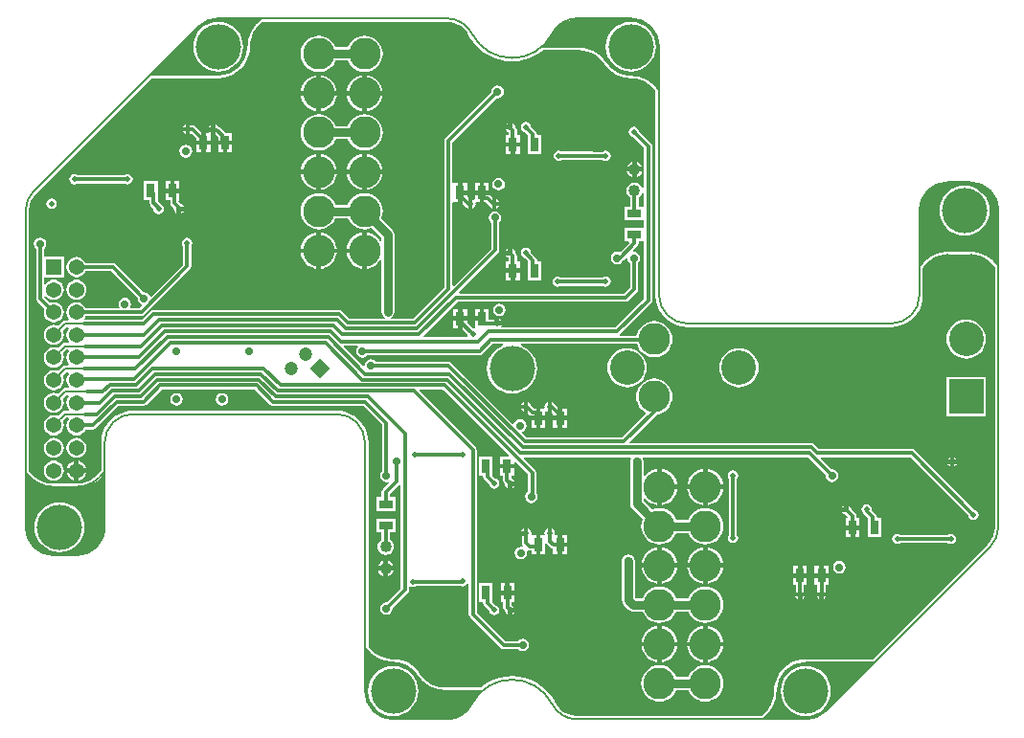
<source format=gbl>
G04*
G04 #@! TF.GenerationSoftware,Altium Limited,Altium Designer,20.1.10 (176)*
G04*
G04 Layer_Physical_Order=4*
G04 Layer_Color=16737819*
%FSAX42Y42*%
%MOMM*%
G71*
G04*
G04 #@! TF.SameCoordinates,F61071BA-0D89-445E-BDF2-0AA7F9872C3D*
G04*
G04*
G04 #@! TF.FilePolarity,Positive*
G04*
G01*
G75*
%ADD10C,0.20*%
%ADD29R,0.80X1.30*%
%ADD30R,1.30X0.80*%
%ADD33C,0.30*%
%ADD35C,0.75*%
%ADD37C,1.02*%
%ADD38C,1.20*%
%ADD39P,1.70X4X270.0*%
%ADD40C,1.37*%
%ADD41R,1.37X1.37*%
%ADD42C,3.05*%
%ADD43C,2.79*%
%ADD44R,3.05X3.05*%
%ADD45C,0.50*%
%ADD46C,0.70*%
%ADD47C,2.80*%
%ADD48C,4.00*%
G36*
X002173Y006333D02*
X002101Y006264D01*
X002064Y006189D01*
X002050Y006050D01*
X002050Y006050D01*
X002046Y006028D01*
X002030Y005988D01*
X002008Y005950D01*
X001979Y005917D01*
X001945Y005889D01*
X001907Y005867D01*
X001866Y005853D01*
X001822Y005845D01*
X001801Y005845D01*
X001218Y005845D01*
X001213Y005857D01*
X001567Y006217D01*
X001575Y006225D01*
X001575Y006225D01*
X001584Y006239D01*
X001606Y006264D01*
X001631Y006286D01*
X001658Y006305D01*
X001687Y006321D01*
X001718Y006333D01*
X001751Y006341D01*
X001784Y006345D01*
X001800Y006345D01*
X002168Y006345D01*
X002173Y006333D01*
D02*
G37*
G36*
X005522Y006329D02*
X005567Y006311D01*
X005608Y006283D01*
X005643Y006248D01*
X005670Y006208D01*
X005689Y006162D01*
X005699Y006114D01*
X005699Y006089D01*
X005699Y005723D01*
X005687Y005719D01*
X005664Y005746D01*
X005664Y005746D01*
X005664D01*
X005652Y005759D01*
X005626Y005782D01*
X005597Y005802D01*
X005566Y005817D01*
X005550Y005823D01*
X005522Y005828D01*
X005465Y005838D01*
X005410Y005849D01*
X005354Y005863D01*
X005327Y005871D01*
X005153Y006045D01*
X005153Y006045D01*
X005140Y006053D01*
X005112Y006067D01*
X005082Y006078D01*
X005052Y006087D01*
X005021Y006093D01*
X004990Y006095D01*
X004958Y006095D01*
X004927Y006092D01*
X004912Y006089D01*
X004881Y006088D01*
X004819Y006087D01*
X004757Y006087D01*
X004695Y006089D01*
X004679Y006089D01*
X004675Y006094D01*
X004672Y006102D01*
X004675Y006106D01*
X004680Y006112D01*
X004682Y006115D01*
X004776Y006245D01*
X004839Y006307D01*
X004946Y006339D01*
X005449Y006339D01*
X005449Y006339D01*
X005449Y006339D01*
X005473Y006339D01*
X005522Y006329D01*
D02*
G37*
G36*
X003820Y006314D02*
Y006314D01*
X003832Y006314D01*
X003863Y006311D01*
X003904Y006298D01*
X003942Y006278D01*
X003975Y006250D01*
X004003Y006217D01*
X004014Y006196D01*
X004014Y006196D01*
X004014D01*
X004021Y006185D01*
X004023Y006180D01*
X004055Y006133D01*
X004092Y006090D01*
X004134Y006053D01*
X004181Y006022D01*
X004232Y005997D01*
X004285Y005979D01*
X004340Y005968D01*
X004397Y005964D01*
X004453Y005968D01*
X004508Y005979D01*
X004562Y005997D01*
X004612Y006022D01*
X004659Y006053D01*
X004671Y006063D01*
X004952D01*
X004964Y006063D01*
X004964Y006063D01*
X004964Y006063D01*
X004986Y006065D01*
X005028Y006061D01*
X005069Y006051D01*
X005108Y006035D01*
X005144Y006013D01*
X005176Y005986D01*
X005204Y005953D01*
X005211Y005942D01*
X005211D01*
X005212Y005941D01*
X005219Y005930D01*
X005248Y005896D01*
X005282Y005868D01*
X005319Y005845D01*
X005360Y005828D01*
X005403Y005818D01*
X005447Y005814D01*
Y005814D01*
X005459Y005814D01*
X005489Y005811D01*
X005530Y005801D01*
X005569Y005785D01*
X005605Y005763D01*
X005637Y005736D01*
X005665Y005703D01*
X005666Y005701D01*
Y003895D01*
X005666Y003895D01*
X005666D01*
X005669Y003851D01*
X005680Y003808D01*
X005696Y003767D01*
X005719Y003730D01*
X005748Y003696D01*
X005782Y003668D01*
X005819Y003645D01*
X005860Y003628D01*
X005903Y003618D01*
X005947Y003614D01*
Y003614D01*
X005947Y003614D01*
X007747D01*
X007747Y003614D01*
Y003614D01*
X007791Y003618D01*
X007833Y003628D01*
X007874Y003645D01*
X007912Y003668D01*
X007945Y003696D01*
X007974Y003730D01*
X007997Y003767D01*
X008014Y003808D01*
X008024Y003851D01*
X008028Y003895D01*
X008027D01*
X008027Y003895D01*
Y004138D01*
X008034Y004148D01*
X008061Y004181D01*
X008093Y004208D01*
X008129Y004230D01*
X008168Y004246D01*
X008209Y004256D01*
X008251Y004260D01*
X008252Y004259D01*
X008447D01*
X008447Y004260D01*
X008489Y004256D01*
X008530Y004246D01*
X008569Y004230D01*
X008605Y004208D01*
X008637Y004181D01*
X008665Y004148D01*
X008666Y004146D01*
Y001849D01*
X008666Y001849D01*
X008666D01*
X008665Y001836D01*
X008662Y001806D01*
X008650Y001764D01*
X008629Y001726D01*
X008610Y001703D01*
X008602Y001693D01*
X008602Y001693D01*
X008602Y001693D01*
X007585Y000676D01*
X007573Y000675D01*
X007572Y000676D01*
X006993D01*
Y000676D01*
X006949Y000672D01*
X006906Y000662D01*
X006866Y000645D01*
X006828Y000622D01*
X006794Y000594D01*
X006766Y000560D01*
X006743Y000523D01*
X006726Y000482D01*
X006716Y000439D01*
X006712Y000395D01*
X006712D01*
X006712Y000383D01*
X006709Y000353D01*
X006699Y000312D01*
X006683Y000273D01*
X006661Y000237D01*
X006634Y000204D01*
X006602Y000177D01*
X006599Y000176D01*
X004973D01*
X004973Y000176D01*
Y000176D01*
X004961Y000176D01*
X004930Y000179D01*
X004889Y000192D01*
X004851Y000212D01*
X004818Y000240D01*
X004791Y000273D01*
X004779Y000294D01*
X004779Y000294D01*
X004779D01*
X004773Y000305D01*
X004770Y000310D01*
X004739Y000357D01*
X004701Y000400D01*
X004659Y000437D01*
X004612Y000468D01*
X004562Y000493D01*
X004508Y000511D01*
X004453Y000522D01*
X004397Y000526D01*
X004340Y000522D01*
X004285Y000511D01*
X004232Y000493D01*
X004181Y000468D01*
X004134Y000437D01*
X004121Y000426D01*
X003820D01*
X003808Y000426D01*
X003808Y000426D01*
X003808Y000426D01*
Y000426D01*
X003795Y000426D01*
X003765Y000429D01*
X003724Y000439D01*
X003685Y000455D01*
X003649Y000477D01*
X003617Y000504D01*
X003590Y000537D01*
X003582Y000548D01*
X003582D01*
X003581Y000549D01*
X003574Y000560D01*
X003545Y000594D01*
X003512Y000622D01*
X003474Y000645D01*
X003433Y000662D01*
X003391Y000672D01*
X003359Y000675D01*
X003347Y000676D01*
X003334Y000676D01*
X003306Y000679D01*
X003301Y000680D01*
X003263Y000689D01*
X003224Y000705D01*
X003188Y000727D01*
X003156Y000754D01*
X003129Y000787D01*
X003127Y000789D01*
Y002595D01*
X003127Y002595D01*
X003128D01*
X003124Y002639D01*
X003114Y002682D01*
X003097Y002723D01*
X003074Y002760D01*
X003045Y002794D01*
X003012Y002822D01*
X002974Y002845D01*
X002933Y002862D01*
X002891Y002872D01*
X002847Y002876D01*
Y002876D01*
X002847Y002876D01*
X001047D01*
X001047Y002876D01*
Y002876D01*
X001003Y002872D01*
X000960Y002862D01*
X000919Y002845D01*
X000882Y002822D01*
X000848Y002794D01*
X000819Y002760D01*
X000796Y002723D01*
X000780Y002682D01*
X000769Y002639D01*
X000766Y002595D01*
X000766D01*
X000766Y002595D01*
Y002352D01*
X000760Y002342D01*
X000732Y002309D01*
X000700Y002282D01*
X000664Y002260D01*
X000625Y002244D01*
X000584Y002234D01*
X000542Y002230D01*
X000542Y002231D01*
X000347D01*
X000346Y002230D01*
X000304Y002234D01*
X000263Y002244D01*
X000224Y002260D01*
X000188Y002282D01*
X000156Y002309D01*
X000129Y002342D01*
X000127Y002344D01*
Y004641D01*
X000127Y004641D01*
X000127D01*
X000128Y004654D01*
X000131Y004684D01*
X000144Y004726D01*
X000164Y004764D01*
X000183Y004787D01*
X000191Y004797D01*
X000192Y004797D01*
X000200Y004806D01*
X001210Y005815D01*
X001800D01*
X001801Y005814D01*
Y005814D01*
X001844Y005818D01*
X001887Y005828D01*
X001928Y005845D01*
X001966Y005868D01*
X001999Y005896D01*
X002028Y005930D01*
X002051Y005968D01*
X002068Y006008D01*
X002078Y006051D01*
X002081Y006095D01*
X002081D01*
X002082Y006108D01*
X002084Y006137D01*
X002094Y006178D01*
X002110Y006217D01*
X002132Y006253D01*
X002160Y006286D01*
X002192Y006313D01*
X002194Y006314D01*
X003820D01*
X003820Y006314D01*
D02*
G37*
G36*
X008247Y004895D02*
X008436Y004895D01*
X008436Y004895D01*
X008436Y004895D01*
X008452Y004895D01*
X008485Y004891D01*
X008518Y004883D01*
X008550Y004872D01*
X008565Y004865D01*
X008580Y004857D01*
X008608Y004838D01*
X008633Y004815D01*
X008654Y004789D01*
X008672Y004760D01*
X008686Y004729D01*
X008695Y004696D01*
X008700Y004663D01*
X008700Y004646D01*
X008700Y004191D01*
X008687Y004185D01*
X008681Y004190D01*
X008642Y004217D01*
X008600Y004240D01*
X008557Y004259D01*
X008512Y004275D01*
X008465Y004286D01*
X008418Y004293D01*
X008370Y004295D01*
X008347Y004295D01*
X008163Y004276D01*
X008163Y004276D01*
X008149Y004273D01*
X008123Y004264D01*
X008097Y004252D01*
X008073Y004237D01*
X008052Y004219D01*
X008032Y004199D01*
X008016Y004176D01*
X008009Y004164D01*
X007997Y004168D01*
X007997Y004645D01*
X007997Y004645D01*
X007997Y004645D01*
X007997Y004670D01*
X008006Y004718D01*
X008025Y004763D01*
X008053Y004804D01*
X008088Y004839D01*
X008129Y004867D01*
X008174Y004885D01*
X008223Y004895D01*
X008247Y004895D01*
D02*
G37*
G36*
X000801Y002321D02*
Y001843D01*
X000801Y001843D01*
X000801Y001819D01*
X000791Y001770D01*
X000772Y001725D01*
X000745Y001684D01*
X000710Y001649D01*
X000669Y001622D01*
X000624Y001603D01*
X000575Y001593D01*
X000551Y001593D01*
X000362Y001593D01*
X000346Y001593D01*
X000312Y001597D01*
X000280Y001605D01*
X000248Y001616D01*
X000233Y001624D01*
X000218Y001631D01*
X000190Y001650D01*
X000165Y001673D01*
X000143Y001699D01*
X000126Y001728D01*
X000112Y001759D01*
X000103Y001792D01*
X000098Y001825D01*
X000098Y001842D01*
X000097Y002306D01*
X000108Y002311D01*
X000114Y002306D01*
X000152Y002275D01*
X000193Y002248D01*
X000236Y002226D01*
X000282Y002210D01*
X000330Y002198D01*
X000378Y002192D01*
X000427Y002191D01*
X000451Y002193D01*
X000635Y002212D01*
X000635Y002212D01*
X000635Y002212D01*
X000648Y002215D01*
X000675Y002224D01*
X000701Y002236D01*
X000724Y002251D01*
X000746Y002269D01*
X000765Y002289D01*
X000782Y002312D01*
X000788Y002324D01*
X000801Y002321D01*
D02*
G37*
G36*
X003134Y000745D02*
X003146Y000732D01*
X003172Y000709D01*
X003201Y000689D01*
X003232Y000674D01*
X003248Y000667D01*
Y000667D01*
X003277Y000663D01*
X003333Y000653D01*
X003388Y000641D01*
X003444Y000628D01*
X003471Y000620D01*
X003645Y000446D01*
X003645Y000446D01*
X003659Y000438D01*
X003687Y000424D01*
X003716Y000412D01*
X003746Y000404D01*
X003777Y000398D01*
X003808Y000395D01*
X003840Y000396D01*
X003871Y000399D01*
X003887Y000402D01*
X003887Y000402D01*
X003918Y000403D01*
X003980Y000403D01*
X004042Y000403D01*
X004103Y000402D01*
X004120Y000402D01*
X004124Y000397D01*
X004126Y000389D01*
X004123Y000385D01*
X004118Y000379D01*
X004116Y000376D01*
X004022Y000246D01*
X003959Y000184D01*
X003852Y000152D01*
X003350Y000152D01*
Y000152D01*
X003325Y000152D01*
X003277Y000161D01*
X003231Y000180D01*
X003190Y000207D01*
X003155Y000242D01*
X003128Y000283D01*
X003109Y000329D01*
X003100Y000377D01*
X003100Y000402D01*
X003100Y000767D01*
X003112Y000772D01*
X003134Y000745D01*
D02*
G37*
G36*
X006998Y000651D02*
X007581Y000651D01*
X007586Y000640D01*
X007224Y000272D01*
X007214Y000258D01*
X007193Y000233D01*
X007168Y000210D01*
X007141Y000191D01*
X007111Y000176D01*
X007080Y000164D01*
X007048Y000156D01*
X007015Y000152D01*
X006998Y000152D01*
X006631Y000152D01*
X006626Y000163D01*
X006698Y000233D01*
X006734Y000307D01*
X006749Y000447D01*
X006749Y000447D01*
X006753Y000468D01*
X006769Y000509D01*
X006791Y000547D01*
X006820Y000580D01*
X006854Y000608D01*
X006892Y000629D01*
X006933Y000644D01*
X006976Y000651D01*
X006998Y000651D01*
D02*
G37*
%LPC*%
G36*
X001800Y006316D02*
X001757Y006312D01*
X001716Y006299D01*
X001677Y006279D01*
X001644Y006251D01*
X001616Y006218D01*
X001596Y006180D01*
X001583Y006138D01*
X001579Y006095D01*
X001583Y006052D01*
X001596Y006010D01*
X001616Y005972D01*
X001644Y005939D01*
X001677Y005911D01*
X001716Y005891D01*
X001757Y005878D01*
X001800Y005874D01*
X001843Y005878D01*
X001885Y005891D01*
X001923Y005911D01*
X001957Y005939D01*
X001984Y005972D01*
X002004Y006010D01*
X002017Y006052D01*
X002021Y006095D01*
X002017Y006138D01*
X002004Y006180D01*
X001984Y006218D01*
X001957Y006251D01*
X001923Y006279D01*
X001885Y006299D01*
X001843Y006312D01*
X001800Y006316D01*
D02*
G37*
G36*
X005447D02*
X005404Y006312D01*
X005362Y006299D01*
X005324Y006279D01*
X005290Y006251D01*
X005263Y006218D01*
X005242Y006180D01*
X005230Y006138D01*
X005226Y006095D01*
X005230Y006052D01*
X005242Y006010D01*
X005263Y005972D01*
X005290Y005939D01*
X005324Y005911D01*
X005362Y005891D01*
X005404Y005878D01*
X005447Y005874D01*
X005490Y005878D01*
X005531Y005891D01*
X005569Y005911D01*
X005603Y005939D01*
X005630Y005972D01*
X005651Y006010D01*
X005663Y006052D01*
X005668Y006095D01*
X005663Y006138D01*
X005651Y006180D01*
X005630Y006218D01*
X005603Y006251D01*
X005569Y006279D01*
X005531Y006299D01*
X005490Y006312D01*
X005447Y006316D01*
D02*
G37*
G36*
X003093Y006192D02*
X003062Y006189D01*
X003032Y006180D01*
X003004Y006165D01*
X002980Y006145D01*
X002960Y006121D01*
X002945Y006093D01*
X002944Y006090D01*
X002839D01*
X002838Y006093D01*
X002823Y006121D01*
X002803Y006145D01*
X002779Y006165D01*
X002751Y006180D01*
X002721Y006189D01*
X002689Y006192D01*
X002658Y006189D01*
X002628Y006180D01*
X002600Y006165D01*
X002576Y006145D01*
X002556Y006121D01*
X002541Y006093D01*
X002532Y006063D01*
X002529Y006031D01*
X002532Y006000D01*
X002541Y005970D01*
X002556Y005942D01*
X002576Y005918D01*
X002600Y005898D01*
X002628Y005883D01*
X002658Y005874D01*
X002689Y005871D01*
X002721Y005874D01*
X002751Y005883D01*
X002779Y005898D01*
X002803Y005918D01*
X002823Y005942D01*
X002838Y005970D01*
X002839Y005973D01*
X002944D01*
X002945Y005970D01*
X002960Y005942D01*
X002980Y005918D01*
X003004Y005898D01*
X003032Y005883D01*
X003062Y005874D01*
X003093Y005871D01*
X003125Y005874D01*
X003155Y005883D01*
X003183Y005898D01*
X003207Y005918D01*
X003227Y005942D01*
X003242Y005970D01*
X003251Y006000D01*
X003254Y006031D01*
X003251Y006063D01*
X003242Y006093D01*
X003227Y006121D01*
X003207Y006145D01*
X003183Y006165D01*
X003155Y006180D01*
X003125Y006189D01*
X003093Y006192D01*
D02*
G37*
G36*
X003113Y005842D02*
Y005703D01*
X003252D01*
X003251Y005714D01*
X003242Y005745D01*
X003227Y005772D01*
X003207Y005797D01*
X003183Y005817D01*
X003155Y005832D01*
X003125Y005841D01*
X003113Y005842D01*
D02*
G37*
G36*
X003073D02*
X003062Y005841D01*
X003032Y005832D01*
X003004Y005817D01*
X002980Y005797D01*
X002960Y005772D01*
X002945Y005745D01*
X002936Y005714D01*
X002934Y005703D01*
X003073D01*
Y005842D01*
D02*
G37*
G36*
X002709D02*
Y005703D01*
X002848D01*
X002847Y005714D01*
X002838Y005745D01*
X002823Y005772D01*
X002803Y005797D01*
X002779Y005817D01*
X002751Y005832D01*
X002721Y005841D01*
X002709Y005842D01*
D02*
G37*
G36*
X002669D02*
X002658Y005841D01*
X002628Y005832D01*
X002600Y005817D01*
X002576Y005797D01*
X002556Y005772D01*
X002541Y005745D01*
X002532Y005714D01*
X002530Y005703D01*
X002669D01*
Y005842D01*
D02*
G37*
G36*
X004269Y005751D02*
X004248Y005747D01*
X004230Y005735D01*
X004218Y005717D01*
X004213Y005695D01*
X004214Y005690D01*
X003810Y005286D01*
X003802Y005274D01*
X003799Y005260D01*
Y003966D01*
X003519Y003686D01*
X003330D01*
X003326Y003698D01*
X003341Y003709D01*
X003354Y003728D01*
X003359Y003750D01*
Y004431D01*
X003354Y004454D01*
X003341Y004473D01*
X003240Y004574D01*
X003242Y004577D01*
X003251Y004607D01*
X003254Y004638D01*
X003251Y004670D01*
X003242Y004700D01*
X003227Y004728D01*
X003207Y004752D01*
X003183Y004772D01*
X003155Y004787D01*
X003125Y004796D01*
X003093Y004799D01*
X003062Y004796D01*
X003032Y004787D01*
X003004Y004772D01*
X002980Y004752D01*
X002960Y004728D01*
X002945Y004700D01*
X002944Y004697D01*
X002839D01*
X002838Y004700D01*
X002823Y004728D01*
X002803Y004752D01*
X002779Y004772D01*
X002751Y004787D01*
X002721Y004796D01*
X002689Y004799D01*
X002658Y004796D01*
X002628Y004787D01*
X002600Y004772D01*
X002576Y004752D01*
X002556Y004728D01*
X002541Y004700D01*
X002532Y004670D01*
X002529Y004638D01*
X002532Y004607D01*
X002541Y004577D01*
X002556Y004549D01*
X002576Y004525D01*
X002600Y004505D01*
X002628Y004490D01*
X002658Y004481D01*
X002689Y004477D01*
X002721Y004481D01*
X002751Y004490D01*
X002779Y004505D01*
X002803Y004525D01*
X002823Y004549D01*
X002838Y004577D01*
X002839Y004580D01*
X002944D01*
X002945Y004577D01*
X002960Y004549D01*
X002980Y004525D01*
X003004Y004505D01*
X003032Y004490D01*
X003062Y004481D01*
X003093Y004477D01*
X003125Y004481D01*
X003155Y004490D01*
X003157Y004491D01*
X003241Y004407D01*
Y004378D01*
X003229Y004375D01*
X003227Y004379D01*
X003207Y004404D01*
X003183Y004424D01*
X003155Y004439D01*
X003125Y004448D01*
X003113Y004449D01*
Y004290D01*
Y004131D01*
X003125Y004132D01*
X003155Y004141D01*
X003183Y004156D01*
X003207Y004176D01*
X003227Y004201D01*
X003229Y004205D01*
X003241Y004202D01*
Y003750D01*
X003246Y003728D01*
X003259Y003709D01*
X003274Y003698D01*
X003270Y003686D01*
X002960D01*
X002894Y003752D01*
X002882Y003760D01*
X002869Y003763D01*
X001227D01*
X001213Y003760D01*
X001202Y003752D01*
X001129Y003679D01*
X000624D01*
X000617Y003692D01*
X000624Y003700D01*
X000628Y003709D01*
X001120D01*
X001134Y003712D01*
X001145Y003720D01*
X001551Y004125D01*
X001559Y004137D01*
X001561Y004151D01*
Y004331D01*
X001568Y004341D01*
X001571Y004359D01*
X001568Y004376D01*
X001558Y004391D01*
X001543Y004401D01*
X001526Y004404D01*
X001508Y004401D01*
X001493Y004391D01*
X001483Y004376D01*
X001480Y004359D01*
X001483Y004341D01*
X001490Y004331D01*
Y004165D01*
X001208Y003884D01*
X001196Y003887D01*
X001196Y003889D01*
X001184Y003908D01*
X001165Y003920D01*
X001144Y003924D01*
X001139Y003923D01*
X000892Y004170D01*
X000881Y004178D01*
X000867Y004181D01*
X000628D01*
X000624Y004190D01*
X000610Y004208D01*
X000591Y004222D01*
X000570Y004231D01*
X000547Y004234D01*
X000524Y004231D01*
X000502Y004222D01*
X000483Y004208D01*
X000469Y004190D01*
X000460Y004168D01*
X000457Y004145D01*
X000460Y004122D01*
X000469Y004100D01*
X000483Y004082D01*
X000502Y004068D01*
X000524Y004059D01*
X000547Y004056D01*
X000570Y004059D01*
X000591Y004068D01*
X000610Y004082D01*
X000624Y004100D01*
X000628Y004109D01*
X000852D01*
X001089Y003873D01*
X001088Y003868D01*
X001092Y003847D01*
X001104Y003828D01*
X001123Y003816D01*
X001124Y003816D01*
X001128Y003804D01*
X001105Y003781D01*
X001028D01*
X001022Y003792D01*
X001026Y003798D01*
X001030Y003819D01*
X001026Y003841D01*
X001014Y003859D01*
X000996Y003871D01*
X000974Y003875D01*
X000953Y003871D01*
X000935Y003859D01*
X000923Y003841D01*
X000918Y003819D01*
X000923Y003798D01*
X000927Y003792D01*
X000921Y003781D01*
X000628D01*
X000624Y003790D01*
X000610Y003808D01*
X000591Y003822D01*
X000570Y003831D01*
X000547Y003834D01*
X000524Y003831D01*
X000502Y003822D01*
X000483Y003808D01*
X000469Y003790D01*
X000460Y003768D01*
X000457Y003745D01*
X000460Y003722D01*
X000469Y003700D01*
X000480Y003687D01*
X000473Y003674D01*
X000445D01*
X000434Y003672D01*
X000424Y003665D01*
X000424Y003665D01*
X000384Y003625D01*
X000370Y003631D01*
X000347Y003634D01*
X000324Y003631D01*
X000302Y003622D01*
X000283Y003608D01*
X000269Y003590D01*
X000260Y003568D01*
X000257Y003545D01*
X000260Y003522D01*
X000269Y003500D01*
X000283Y003482D01*
X000302Y003468D01*
X000324Y003459D01*
X000347Y003456D01*
X000370Y003459D01*
X000391Y003468D01*
X000410Y003482D01*
X000424Y003500D01*
X000433Y003522D01*
X000436Y003545D01*
X000433Y003568D01*
X000427Y003582D01*
X000458Y003613D01*
X000471D01*
X000477Y003600D01*
X000469Y003590D01*
X000460Y003568D01*
X000457Y003545D01*
X000460Y003522D01*
X000469Y003500D01*
X000480Y003487D01*
X000473Y003474D01*
X000445D01*
X000434Y003472D01*
X000424Y003465D01*
X000424Y003465D01*
X000384Y003425D01*
X000370Y003431D01*
X000347Y003434D01*
X000324Y003431D01*
X000302Y003422D01*
X000283Y003408D01*
X000269Y003390D01*
X000260Y003368D01*
X000257Y003345D01*
X000260Y003322D01*
X000269Y003300D01*
X000283Y003282D01*
X000302Y003268D01*
X000324Y003259D01*
X000347Y003256D01*
X000370Y003259D01*
X000391Y003268D01*
X000410Y003282D01*
X000424Y003300D01*
X000433Y003322D01*
X000436Y003345D01*
X000433Y003368D01*
X000427Y003382D01*
X000458Y003413D01*
X000471D01*
X000477Y003400D01*
X000469Y003390D01*
X000460Y003368D01*
X000457Y003345D01*
X000460Y003322D01*
X000469Y003300D01*
X000480Y003287D01*
X000473Y003274D01*
X000445D01*
X000434Y003272D01*
X000424Y003265D01*
X000424Y003265D01*
X000384Y003225D01*
X000370Y003231D01*
X000347Y003234D01*
X000324Y003231D01*
X000302Y003222D01*
X000283Y003208D01*
X000269Y003190D01*
X000260Y003168D01*
X000257Y003145D01*
X000260Y003122D01*
X000269Y003100D01*
X000283Y003082D01*
X000302Y003068D01*
X000324Y003059D01*
X000347Y003056D01*
X000370Y003059D01*
X000391Y003068D01*
X000410Y003082D01*
X000424Y003100D01*
X000433Y003122D01*
X000436Y003145D01*
X000433Y003168D01*
X000427Y003182D01*
X000458Y003213D01*
X000471D01*
X000477Y003200D01*
X000469Y003190D01*
X000460Y003168D01*
X000457Y003145D01*
X000460Y003122D01*
X000469Y003100D01*
X000480Y003087D01*
X000473Y003074D01*
X000445D01*
X000434Y003072D01*
X000424Y003065D01*
X000424Y003065D01*
X000384Y003025D01*
X000370Y003031D01*
X000347Y003034D01*
X000324Y003031D01*
X000302Y003022D01*
X000283Y003008D01*
X000269Y002990D01*
X000260Y002968D01*
X000257Y002945D01*
X000260Y002922D01*
X000269Y002900D01*
X000283Y002882D01*
X000302Y002868D01*
X000324Y002859D01*
X000347Y002856D01*
X000370Y002859D01*
X000391Y002868D01*
X000410Y002882D01*
X000424Y002900D01*
X000433Y002922D01*
X000436Y002945D01*
X000433Y002968D01*
X000427Y002982D01*
X000458Y003013D01*
X000471D01*
X000477Y003000D01*
X000469Y002990D01*
X000460Y002968D01*
X000457Y002945D01*
X000460Y002922D01*
X000469Y002900D01*
X000480Y002887D01*
X000473Y002874D01*
X000445D01*
X000434Y002872D01*
X000424Y002865D01*
X000424Y002865D01*
X000384Y002825D01*
X000370Y002831D01*
X000347Y002834D01*
X000324Y002831D01*
X000302Y002822D01*
X000283Y002808D01*
X000269Y002790D01*
X000260Y002768D01*
X000257Y002745D01*
X000260Y002722D01*
X000269Y002700D01*
X000283Y002682D01*
X000302Y002668D01*
X000324Y002659D01*
X000347Y002656D01*
X000370Y002659D01*
X000391Y002668D01*
X000410Y002682D01*
X000424Y002700D01*
X000433Y002722D01*
X000436Y002745D01*
X000433Y002768D01*
X000427Y002782D01*
X000458Y002813D01*
X000471D01*
X000477Y002800D01*
X000469Y002790D01*
X000460Y002768D01*
X000457Y002745D01*
X000460Y002722D01*
X000469Y002700D01*
X000483Y002682D01*
X000502Y002668D01*
X000524Y002659D01*
X000547Y002656D01*
X000570Y002659D01*
X000591Y002668D01*
X000610Y002682D01*
X000624Y002700D01*
X000628Y002709D01*
X000695D01*
X000709Y002712D01*
X000720Y002720D01*
X000920Y002919D01*
X001138D01*
X001151Y002922D01*
X001163Y002930D01*
X001298Y003064D01*
X002122D01*
X002262Y002925D01*
X002273Y002917D01*
X002287Y002914D01*
X003085D01*
X003250Y002749D01*
Y002342D01*
X003246Y002340D01*
X003234Y002321D01*
X003230Y002300D01*
X003234Y002279D01*
X003246Y002260D01*
X003265Y002248D01*
X003286Y002244D01*
X003304Y002247D01*
X003311Y002236D01*
X003255Y002180D01*
X003247Y002169D01*
X003244Y002155D01*
Y002109D01*
X003195D01*
Y001989D01*
X003365D01*
Y002109D01*
X003316D01*
Y002140D01*
X003400Y002225D01*
X003402Y002227D01*
X003414Y002223D01*
Y001303D01*
X003291Y001180D01*
X003287Y001181D01*
X003265Y001177D01*
X003247Y001165D01*
X003235Y001146D01*
X003230Y001125D01*
X003235Y001104D01*
X003247Y001085D01*
X003265Y001073D01*
X003287Y001069D01*
X003308Y001073D01*
X003326Y001085D01*
X003338Y001104D01*
X003343Y001125D01*
X003342Y001130D01*
X003475Y001263D01*
X003483Y001275D01*
X003486Y001288D01*
Y001314D01*
X003498Y001320D01*
X003502Y001318D01*
X003520Y001314D01*
X003538Y001318D01*
X003548Y001324D01*
X003941D01*
X003942Y001323D01*
X003960Y001320D01*
X003977Y001323D01*
X003992Y001333D01*
X004002Y001347D01*
X004003Y001348D01*
X004014Y001342D01*
Y001075D01*
X004017Y001061D01*
X004025Y001050D01*
X004297Y000778D01*
X004309Y000770D01*
X004322Y000767D01*
X004448D01*
X004451Y000763D01*
X004469Y000751D01*
X004491Y000747D01*
X004512Y000751D01*
X004531Y000763D01*
X004543Y000781D01*
X004547Y000803D01*
X004543Y000824D01*
X004531Y000842D01*
X004512Y000854D01*
X004491Y000859D01*
X004469Y000854D01*
X004451Y000842D01*
X004449Y000838D01*
X004337D01*
X004086Y001090D01*
Y002525D01*
X004083Y002539D01*
X004075Y002550D01*
X003573Y003053D01*
X003578Y003064D01*
X003785D01*
X004368Y002482D01*
X004363Y002470D01*
X004294D01*
Y002405D01*
X004414D01*
Y002419D01*
X004426Y002424D01*
X004539Y002310D01*
Y002160D01*
X004529Y002153D01*
X004517Y002135D01*
X004513Y002113D01*
X004517Y002092D01*
X004529Y002074D01*
X004547Y002062D01*
X004569Y002057D01*
X004590Y002062D01*
X004608Y002074D01*
X004620Y002092D01*
X004625Y002113D01*
X004620Y002135D01*
X004611Y002149D01*
Y002325D01*
X004608Y002339D01*
X004600Y002350D01*
X004498Y002453D01*
X004503Y002464D01*
X005444D01*
X005450Y002453D01*
X005446Y002447D01*
X005441Y002425D01*
Y002052D01*
X005446Y002030D01*
X005459Y002011D01*
X005553Y001917D01*
X005551Y001914D01*
X005542Y001884D01*
X005539Y001852D01*
X005542Y001821D01*
X005551Y001791D01*
X005566Y001763D01*
X005586Y001739D01*
X005611Y001719D01*
X005638Y001704D01*
X005669Y001695D01*
X005700Y001692D01*
X005731Y001695D01*
X005762Y001704D01*
X005789Y001719D01*
X005814Y001739D01*
X005834Y001763D01*
X005849Y001791D01*
X005849Y001794D01*
X005954D01*
X005955Y001791D01*
X005970Y001763D01*
X005990Y001739D01*
X006015Y001719D01*
X006042Y001704D01*
X006072Y001695D01*
X006104Y001692D01*
X006135Y001695D01*
X006165Y001704D01*
X006193Y001719D01*
X006218Y001739D01*
X006238Y001763D01*
X006252Y001791D01*
X006262Y001821D01*
X006265Y001852D01*
X006262Y001884D01*
X006252Y001914D01*
X006238Y001942D01*
X006218Y001966D01*
X006193Y001986D01*
X006165Y002001D01*
X006135Y002010D01*
X006104Y002013D01*
X006072Y002010D01*
X006042Y002001D01*
X006015Y001986D01*
X005990Y001966D01*
X005970Y001942D01*
X005955Y001914D01*
X005954Y001911D01*
X005849D01*
X005849Y001914D01*
X005834Y001942D01*
X005814Y001966D01*
X005789Y001986D01*
X005762Y002001D01*
X005731Y002010D01*
X005700Y002013D01*
X005669Y002010D01*
X005638Y002001D01*
X005636Y002000D01*
X005559Y002077D01*
Y002100D01*
X005571Y002105D01*
X005586Y002086D01*
X005611Y002066D01*
X005638Y002051D01*
X005669Y002042D01*
X005680Y002041D01*
Y002200D01*
Y002359D01*
X005669Y002358D01*
X005638Y002349D01*
X005611Y002334D01*
X005586Y002314D01*
X005571Y002295D01*
X005559Y002300D01*
Y002425D01*
X005554Y002447D01*
X005550Y002453D01*
X005556Y002464D01*
X007010D01*
X007170Y002305D01*
X007169Y002300D01*
X007173Y002279D01*
X007185Y002260D01*
X007204Y002248D01*
X007225Y002244D01*
X007246Y002248D01*
X007265Y002260D01*
X007277Y002279D01*
X007281Y002300D01*
X007277Y002321D01*
X007265Y002340D01*
X007246Y002352D01*
X007225Y002356D01*
X007220Y002355D01*
X007123Y002453D01*
X007128Y002464D01*
X007915D01*
X008431Y001948D01*
X008434Y001936D01*
X008443Y001921D01*
X008458Y001911D01*
X008476Y001907D01*
X008493Y001911D01*
X008508Y001921D01*
X008518Y001936D01*
X008522Y001953D01*
X008518Y001971D01*
X008508Y001986D01*
X008493Y001996D01*
X008482Y001998D01*
X007955Y002525D01*
X007943Y002533D01*
X007929Y002536D01*
X007110D01*
X007071Y002575D01*
X007059Y002583D01*
X007046Y002586D01*
X005437D01*
X005432Y002597D01*
X005676Y002842D01*
X005685Y002843D01*
X005715Y002852D01*
X005743Y002867D01*
X005768Y002887D01*
X005787Y002911D01*
X005802Y002939D01*
X005811Y002969D01*
X005815Y003000D01*
X005811Y003031D01*
X005802Y003061D01*
X005787Y003089D01*
X005768Y003113D01*
X005743Y003133D01*
X005715Y003148D01*
X005685Y003157D01*
X005654Y003160D01*
X005623Y003157D01*
X005593Y003148D01*
X005565Y003133D01*
X005541Y003113D01*
X005521Y003089D01*
X005506Y003061D01*
X005497Y003031D01*
X005494Y003000D01*
X005497Y002969D01*
X005506Y002939D01*
X005521Y002911D01*
X005541Y002887D01*
X005565Y002867D01*
X005578Y002859D01*
X005580Y002847D01*
X005369Y002636D01*
X004527D01*
X004484Y002679D01*
X004488Y002691D01*
X004490Y002691D01*
X004508Y002703D01*
X004520Y002722D01*
X004524Y002743D01*
X004520Y002765D01*
X004508Y002783D01*
X004490Y002795D01*
X004468Y002799D01*
X004447Y002795D01*
X004428Y002783D01*
X004416Y002765D01*
X004416Y002763D01*
X004404Y002759D01*
X003862Y003300D01*
X003851Y003308D01*
X003837Y003311D01*
X003192D01*
X003190Y003315D01*
X003171Y003327D01*
X003150Y003331D01*
X003129Y003327D01*
X003110Y003315D01*
X003098Y003296D01*
X003094Y003275D01*
X003094Y003274D01*
X003082Y003268D01*
X002909Y003441D01*
X002914Y003453D01*
X003032D01*
X003036Y003440D01*
X003035Y003440D01*
X003023Y003421D01*
X003019Y003400D01*
X003023Y003379D01*
X003035Y003360D01*
X003054Y003348D01*
X003075Y003344D01*
X003096Y003348D01*
X003115Y003360D01*
X003117Y003364D01*
X004110D01*
X004124Y003367D01*
X004135Y003375D01*
X004225Y003464D01*
X004318D01*
X004320Y003452D01*
X004312Y003449D01*
X004274Y003429D01*
X004240Y003401D01*
X004213Y003368D01*
X004192Y003330D01*
X004180Y003288D01*
X004176Y003245D01*
X004180Y003202D01*
X004192Y003160D01*
X004213Y003122D01*
X004240Y003089D01*
X004274Y003061D01*
X004312Y003041D01*
X004354Y003028D01*
X004397Y003024D01*
X004440Y003028D01*
X004481Y003041D01*
X004519Y003061D01*
X004553Y003089D01*
X004580Y003122D01*
X004601Y003160D01*
X004613Y003202D01*
X004618Y003245D01*
X004613Y003288D01*
X004601Y003330D01*
X004580Y003368D01*
X004553Y003401D01*
X004519Y003429D01*
X004481Y003449D01*
X004473Y003452D01*
X004475Y003464D01*
X005500D01*
X005506Y003447D01*
X005521Y003419D01*
X005541Y003395D01*
X005565Y003375D01*
X005593Y003360D01*
X005623Y003351D01*
X005654Y003348D01*
X005685Y003351D01*
X005715Y003360D01*
X005743Y003375D01*
X005768Y003395D01*
X005787Y003419D01*
X005802Y003447D01*
X005811Y003477D01*
X005815Y003508D01*
X005811Y003539D01*
X005802Y003569D01*
X005787Y003597D01*
X005768Y003621D01*
X005743Y003641D01*
X005715Y003656D01*
X005685Y003665D01*
X005654Y003668D01*
X005623Y003665D01*
X005593Y003656D01*
X005565Y003641D01*
X005541Y003621D01*
X005521Y003597D01*
X005506Y003569D01*
X005497Y003539D01*
X005496Y003536D01*
X005352D01*
X005348Y003548D01*
X005350Y003550D01*
X005625Y003825D01*
X005633Y003836D01*
X005636Y003850D01*
Y005214D01*
X005633Y005227D01*
X005625Y005239D01*
X005517Y005347D01*
X005515Y005359D01*
X005505Y005374D01*
X005490Y005384D01*
X005472Y005387D01*
X005455Y005384D01*
X005440Y005374D01*
X005430Y005359D01*
X005426Y005341D01*
X005430Y005324D01*
X005440Y005309D01*
X005455Y005299D01*
X005467Y005297D01*
X005564Y005199D01*
Y004680D01*
X005516D01*
Y004758D01*
X005516Y004758D01*
X005530Y004770D01*
X005542Y004784D01*
X005549Y004802D01*
X005551Y004820D01*
X005549Y004838D01*
X005542Y004856D01*
X005530Y004870D01*
X005516Y004882D01*
X005498Y004889D01*
X005480Y004891D01*
X005462Y004889D01*
X005444Y004882D01*
X005430Y004870D01*
X005418Y004856D01*
X005411Y004838D01*
X005409Y004820D01*
X005411Y004802D01*
X005418Y004784D01*
X005430Y004770D01*
X005444Y004758D01*
X005444Y004758D01*
Y004680D01*
X005395D01*
Y004560D01*
X005564D01*
Y004490D01*
X005395D01*
Y004370D01*
X005427D01*
X005432Y004357D01*
X005349Y004275D01*
X005346Y004277D01*
X005325Y004281D01*
X005304Y004277D01*
X005285Y004265D01*
X005273Y004246D01*
X005269Y004225D01*
X005273Y004204D01*
X005285Y004185D01*
X005304Y004173D01*
X005325Y004169D01*
X005346Y004173D01*
X005365Y004185D01*
X005377Y004203D01*
X005383Y004207D01*
X005406Y004230D01*
X005417Y004223D01*
X005421Y004204D01*
X005433Y004185D01*
X005439Y004181D01*
Y003965D01*
X005385Y003911D01*
X003932D01*
X003927Y003922D01*
X004275Y004270D01*
X004283Y004282D01*
X004286Y004296D01*
Y004543D01*
X004286Y004543D01*
X004298Y004561D01*
X004302Y004582D01*
X004298Y004604D01*
X004286Y004622D01*
X004268Y004634D01*
X004246Y004639D01*
X004225Y004634D01*
X004207Y004622D01*
X004195Y004604D01*
X004190Y004582D01*
X004195Y004561D01*
X004207Y004543D01*
X004214Y004538D01*
Y004310D01*
X003882Y003978D01*
X003870Y003983D01*
Y004708D01*
X003879Y004718D01*
X003883Y004718D01*
X003919D01*
Y004803D01*
Y004888D01*
X003883D01*
X003879Y004888D01*
X003870Y004897D01*
Y005246D01*
X004265Y005640D01*
X004269Y005639D01*
X004291Y005643D01*
X004309Y005655D01*
X004321Y005674D01*
X004326Y005695D01*
X004321Y005717D01*
X004309Y005735D01*
X004291Y005747D01*
X004269Y005751D01*
D02*
G37*
G36*
X003252Y005663D02*
X003113D01*
Y005524D01*
X003125Y005525D01*
X003155Y005535D01*
X003183Y005549D01*
X003207Y005569D01*
X003227Y005594D01*
X003242Y005622D01*
X003251Y005652D01*
X003252Y005663D01*
D02*
G37*
G36*
X003073D02*
X002934D01*
X002936Y005652D01*
X002945Y005622D01*
X002960Y005594D01*
X002980Y005569D01*
X003004Y005549D01*
X003032Y005535D01*
X003062Y005525D01*
X003073Y005524D01*
Y005663D01*
D02*
G37*
G36*
X002848D02*
X002709D01*
Y005524D01*
X002721Y005525D01*
X002751Y005535D01*
X002779Y005549D01*
X002803Y005569D01*
X002823Y005594D01*
X002838Y005622D01*
X002847Y005652D01*
X002848Y005663D01*
D02*
G37*
G36*
X002669D02*
X002530D01*
X002532Y005652D01*
X002541Y005622D01*
X002556Y005594D01*
X002576Y005569D01*
X002600Y005549D01*
X002628Y005535D01*
X002658Y005525D01*
X002669Y005524D01*
Y005663D01*
D02*
G37*
G36*
X004359Y005424D02*
X004347Y005415D01*
X004338Y005403D01*
X004359D01*
Y005424D01*
D02*
G37*
G36*
X003093Y005496D02*
X003062Y005492D01*
X003032Y005483D01*
X003004Y005468D01*
X002980Y005448D01*
X002960Y005424D01*
X002945Y005396D01*
X002944Y005393D01*
X002839D01*
X002838Y005396D01*
X002823Y005424D01*
X002803Y005448D01*
X002779Y005468D01*
X002751Y005483D01*
X002721Y005492D01*
X002689Y005496D01*
X002658Y005492D01*
X002628Y005483D01*
X002600Y005468D01*
X002576Y005448D01*
X002556Y005424D01*
X002541Y005396D01*
X002532Y005366D01*
X002529Y005335D01*
X002532Y005303D01*
X002541Y005273D01*
X002556Y005245D01*
X002576Y005221D01*
X002600Y005201D01*
X002628Y005186D01*
X002658Y005177D01*
X002689Y005174D01*
X002721Y005177D01*
X002751Y005186D01*
X002779Y005201D01*
X002803Y005221D01*
X002823Y005245D01*
X002838Y005273D01*
X002839Y005276D01*
X002944D01*
X002945Y005273D01*
X002960Y005245D01*
X002980Y005221D01*
X003004Y005201D01*
X003032Y005186D01*
X003062Y005177D01*
X003093Y005174D01*
X003125Y005177D01*
X003155Y005186D01*
X003183Y005201D01*
X003207Y005221D01*
X003227Y005245D01*
X003242Y005273D01*
X003251Y005303D01*
X003254Y005335D01*
X003251Y005366D01*
X003242Y005396D01*
X003227Y005424D01*
X003207Y005448D01*
X003183Y005468D01*
X003155Y005483D01*
X003125Y005492D01*
X003093Y005496D01*
D02*
G37*
G36*
X001511Y005406D02*
X001499Y005398D01*
X001491Y005385D01*
X001511D01*
Y005406D01*
D02*
G37*
G36*
X001736Y005403D02*
X001724Y005395D01*
X001716Y005382D01*
X001736D01*
Y005403D01*
D02*
G37*
G36*
X001511Y005345D02*
X001491D01*
X001499Y005333D01*
X001511Y005324D01*
Y005345D01*
D02*
G37*
G36*
X001776Y005403D02*
Y005362D01*
Y005318D01*
X001800Y005295D01*
Y005270D01*
X001800Y005267D01*
Y005265D01*
X001920D01*
Y005330D01*
X001864D01*
X001861Y005335D01*
X001814Y005382D01*
X001802Y005390D01*
X001791Y005392D01*
X001789Y005395D01*
X001776Y005403D01*
D02*
G37*
G36*
X001736Y005342D02*
X001716D01*
X001716Y005342D01*
X001710Y005330D01*
X001690D01*
Y005265D01*
X001730D01*
Y005312D01*
X001736Y005315D01*
Y005342D01*
D02*
G37*
G36*
X001551Y005406D02*
Y005365D01*
Y005324D01*
X001559Y005329D01*
X001561D01*
X001610Y005280D01*
Y005265D01*
X001650D01*
Y005341D01*
X001601Y005390D01*
X001589Y005398D01*
X001576Y005401D01*
X001559D01*
X001551Y005406D01*
D02*
G37*
G36*
X004399Y005424D02*
Y005383D01*
X004379D01*
Y005363D01*
X004338D01*
X004347Y005351D01*
X004362Y005341D01*
X004369Y005339D01*
Y005313D01*
X004345D01*
Y005248D01*
X004405D01*
X004465D01*
Y005313D01*
X004440D01*
Y005358D01*
X004438Y005371D01*
X004430Y005383D01*
X004424Y005389D01*
X004422Y005401D01*
X004412Y005415D01*
X004399Y005424D01*
D02*
G37*
G36*
X001920Y005225D02*
X001880D01*
Y005160D01*
X001920D01*
Y005225D01*
D02*
G37*
G36*
X001840D02*
X001800D01*
Y005160D01*
X001840D01*
Y005225D01*
D02*
G37*
G36*
X001730D02*
X001690D01*
Y005160D01*
X001730D01*
Y005225D01*
D02*
G37*
G36*
X001650D02*
X001610D01*
Y005160D01*
X001650D01*
Y005225D01*
D02*
G37*
G36*
X004519Y005429D02*
X004502Y005425D01*
X004487Y005415D01*
X004477Y005401D01*
X004473Y005383D01*
X004477Y005365D01*
X004487Y005351D01*
X004502Y005341D01*
X004513Y005338D01*
X004529Y005323D01*
X004535Y005313D01*
X004535D01*
X004535Y005313D01*
Y005143D01*
X004655D01*
Y005313D01*
X004618D01*
Y005320D01*
X004615Y005334D01*
X004607Y005345D01*
X004564Y005389D01*
X004562Y005401D01*
X004552Y005415D01*
X004537Y005425D01*
X004519Y005429D01*
D02*
G37*
G36*
X004465Y005208D02*
X004425D01*
Y005143D01*
X004465D01*
Y005208D01*
D02*
G37*
G36*
X004385D02*
X004345D01*
Y005143D01*
X004385D01*
Y005208D01*
D02*
G37*
G36*
X001514Y005226D02*
X001492Y005222D01*
X001474Y005210D01*
X001462Y005192D01*
X001458Y005170D01*
X001462Y005149D01*
X001474Y005130D01*
X001492Y005118D01*
X001514Y005114D01*
X001535Y005118D01*
X001553Y005130D01*
X001566Y005149D01*
X001570Y005170D01*
X001566Y005192D01*
X001553Y005210D01*
X001535Y005222D01*
X001514Y005226D01*
D02*
G37*
G36*
X004810Y005176D02*
X004792Y005172D01*
X004778Y005162D01*
X004768Y005148D01*
X004764Y005130D01*
X004768Y005112D01*
X004778Y005098D01*
X004792Y005088D01*
X004810Y005084D01*
X004828Y005088D01*
X004838Y005094D01*
X005107D01*
X005115Y005093D01*
X005195D01*
X005206Y005086D01*
X005223Y005082D01*
X005241Y005086D01*
X005256Y005096D01*
X005266Y005111D01*
X005269Y005128D01*
X005266Y005146D01*
X005256Y005161D01*
X005241Y005170D01*
X005223Y005174D01*
X005206Y005170D01*
X005196Y005164D01*
X005122D01*
X005114Y005166D01*
X004838D01*
X004828Y005172D01*
X004810Y005176D01*
D02*
G37*
G36*
X005500Y005079D02*
Y005031D01*
X005548D01*
X005542Y005046D01*
X005530Y005061D01*
X005516Y005072D01*
X005500Y005079D01*
D02*
G37*
G36*
X005460D02*
X005444Y005072D01*
X005430Y005061D01*
X005418Y005046D01*
X005412Y005031D01*
X005460D01*
Y005079D01*
D02*
G37*
G36*
X003113Y005145D02*
Y005007D01*
X003252D01*
X003251Y005018D01*
X003242Y005048D01*
X003227Y005076D01*
X003207Y005100D01*
X003183Y005120D01*
X003155Y005135D01*
X003125Y005144D01*
X003113Y005145D01*
D02*
G37*
G36*
X003073D02*
X003062Y005144D01*
X003032Y005135D01*
X003004Y005120D01*
X002980Y005100D01*
X002960Y005076D01*
X002945Y005048D01*
X002936Y005018D01*
X002934Y005007D01*
X003073D01*
Y005145D01*
D02*
G37*
G36*
X002709D02*
Y005007D01*
X002848D01*
X002847Y005018D01*
X002838Y005048D01*
X002823Y005076D01*
X002803Y005100D01*
X002779Y005120D01*
X002751Y005135D01*
X002721Y005144D01*
X002709Y005145D01*
D02*
G37*
G36*
X002669D02*
X002658Y005144D01*
X002628Y005135D01*
X002600Y005120D01*
X002576Y005100D01*
X002556Y005076D01*
X002541Y005048D01*
X002532Y005018D01*
X002530Y005007D01*
X002669D01*
Y005145D01*
D02*
G37*
G36*
X001000Y004966D02*
X000983Y004963D01*
X000973Y004956D01*
X000555D01*
X000545Y004963D01*
X000528Y004966D01*
X000510Y004963D01*
X000495Y004953D01*
X000485Y004938D01*
X000482Y004920D01*
X000485Y004903D01*
X000495Y004888D01*
X000510Y004878D01*
X000528Y004874D01*
X000545Y004878D01*
X000555Y004885D01*
X000973D01*
X000983Y004878D01*
X001000Y004874D01*
X001018Y004878D01*
X001033Y004888D01*
X001043Y004903D01*
X001046Y004920D01*
X001043Y004938D01*
X001033Y004953D01*
X001018Y004963D01*
X001000Y004966D01*
D02*
G37*
G36*
X005548Y004990D02*
X005500D01*
Y004942D01*
X005516Y004949D01*
X005530Y004960D01*
X005542Y004975D01*
X005548Y004990D01*
D02*
G37*
G36*
X005460D02*
X005412D01*
X005418Y004975D01*
X005430Y004960D01*
X005444Y004949D01*
X005460Y004942D01*
Y004990D01*
D02*
G37*
G36*
X001454Y004905D02*
X001414D01*
Y004840D01*
X001454D01*
Y004905D01*
D02*
G37*
G36*
X001374D02*
X001334D01*
Y004840D01*
X001374D01*
Y004905D01*
D02*
G37*
G36*
X003252Y004967D02*
X003113D01*
Y004828D01*
X003125Y004829D01*
X003155Y004838D01*
X003183Y004853D01*
X003207Y004873D01*
X003227Y004897D01*
X003242Y004925D01*
X003251Y004955D01*
X003252Y004967D01*
D02*
G37*
G36*
X003073D02*
X002934D01*
X002936Y004955D01*
X002945Y004925D01*
X002960Y004897D01*
X002980Y004873D01*
X003004Y004853D01*
X003032Y004838D01*
X003062Y004829D01*
X003073Y004828D01*
Y004967D01*
D02*
G37*
G36*
X002848D02*
X002709D01*
Y004828D01*
X002721Y004829D01*
X002751Y004838D01*
X002779Y004853D01*
X002803Y004873D01*
X002823Y004897D01*
X002838Y004925D01*
X002847Y004955D01*
X002848Y004967D01*
D02*
G37*
G36*
X002669D02*
X002530D01*
X002532Y004955D01*
X002541Y004925D01*
X002556Y004897D01*
X002576Y004873D01*
X002600Y004853D01*
X002628Y004838D01*
X002658Y004829D01*
X002669Y004828D01*
Y004967D01*
D02*
G37*
G36*
X004189Y004888D02*
X004149D01*
Y004823D01*
X004189D01*
Y004888D01*
D02*
G37*
G36*
X003959D02*
Y004823D01*
X003999D01*
Y004888D01*
X003959D01*
D02*
G37*
G36*
X004109D02*
X004069D01*
Y004823D01*
X004109D01*
Y004888D01*
D02*
G37*
G36*
X004278Y004934D02*
X004257Y004930D01*
X004239Y004918D01*
X004227Y004900D01*
X004222Y004878D01*
X004227Y004857D01*
X004239Y004839D01*
X004257Y004827D01*
X004278Y004822D01*
X004300Y004827D01*
X004318Y004839D01*
X004330Y004857D01*
X004334Y004878D01*
X004330Y004900D01*
X004318Y004918D01*
X004300Y004930D01*
X004278Y004934D01*
D02*
G37*
G36*
X004109Y004783D02*
X004069D01*
Y004746D01*
X004056Y004739D01*
X004049Y004744D01*
Y004703D01*
Y004662D01*
X004062Y004671D01*
X004072Y004685D01*
X004075Y004703D01*
X004074Y004708D01*
X004082Y004718D01*
X004109D01*
Y004783D01*
D02*
G37*
G36*
X004259Y004744D02*
Y004723D01*
X004280D01*
X004272Y004735D01*
X004259Y004744D01*
D02*
G37*
G36*
X004280Y004683D02*
X004259D01*
Y004662D01*
X004272Y004671D01*
X004280Y004683D01*
D02*
G37*
G36*
X004197Y004783D02*
X004149D01*
Y004718D01*
X004150D01*
X004154Y004717D01*
X004164D01*
X004198Y004684D01*
X004199Y004683D01*
X004207Y004671D01*
X004219Y004662D01*
Y004703D01*
Y004763D01*
X004204Y004778D01*
X004197Y004783D01*
D02*
G37*
G36*
X003999D02*
X003959D01*
Y004707D01*
X003988Y004678D01*
X003995Y004673D01*
X003997Y004671D01*
X004009Y004662D01*
Y004703D01*
Y004758D01*
X003999Y004768D01*
Y004783D01*
D02*
G37*
G36*
X000327Y004753D02*
X000309Y004749D01*
X000294Y004739D01*
X000284Y004724D01*
X000281Y004707D01*
X000284Y004689D01*
X000294Y004674D01*
X000309Y004664D01*
X000327Y004661D01*
X000344Y004664D01*
X000359Y004674D01*
X000369Y004689D01*
X000373Y004707D01*
X000369Y004724D01*
X000359Y004739D01*
X000344Y004749D01*
X000327Y004753D01*
D02*
G37*
G36*
X001494Y004640D02*
X001473D01*
Y004619D01*
X001485Y004628D01*
X001494Y004640D01*
D02*
G37*
G36*
X001454Y004800D02*
X001334D01*
Y004735D01*
X001375D01*
Y004710D01*
X001378Y004697D01*
X001385Y004685D01*
X001407Y004663D01*
X001407Y004660D01*
X001410Y004643D01*
X001420Y004628D01*
X001433Y004619D01*
Y004660D01*
X001453D01*
Y004680D01*
X001494D01*
X001485Y004693D01*
X001470Y004702D01*
X001469Y004703D01*
X001449Y004723D01*
X001452Y004735D01*
X001454D01*
Y004800D01*
D02*
G37*
G36*
X001264Y004905D02*
X001144D01*
Y004735D01*
X001194D01*
Y004711D01*
X001197Y004698D01*
X001204Y004686D01*
X001227Y004663D01*
X001227Y004660D01*
X001230Y004643D01*
X001240Y004628D01*
X001255Y004618D01*
X001273Y004614D01*
X001290Y004618D01*
X001305Y004628D01*
X001315Y004643D01*
X001319Y004660D01*
X001315Y004678D01*
X001305Y004693D01*
X001290Y004702D01*
X001289Y004703D01*
X001265Y004726D01*
Y004795D01*
X001264Y004799D01*
Y004905D01*
D02*
G37*
G36*
X003073Y004449D02*
X003062Y004448D01*
X003032Y004439D01*
X003004Y004424D01*
X002980Y004404D01*
X002960Y004379D01*
X002945Y004352D01*
X002936Y004321D01*
X002934Y004310D01*
X003073D01*
Y004449D01*
D02*
G37*
G36*
X002709D02*
Y004310D01*
X002848D01*
X002847Y004321D01*
X002838Y004352D01*
X002823Y004379D01*
X002803Y004404D01*
X002779Y004424D01*
X002751Y004439D01*
X002721Y004448D01*
X002709Y004449D01*
D02*
G37*
G36*
X002669D02*
X002658Y004448D01*
X002628Y004439D01*
X002600Y004424D01*
X002576Y004404D01*
X002556Y004379D01*
X002541Y004352D01*
X002532Y004321D01*
X002530Y004310D01*
X002669D01*
Y004449D01*
D02*
G37*
G36*
X004359Y004311D02*
X004347Y004302D01*
X004338Y004290D01*
X004359D01*
Y004311D01*
D02*
G37*
G36*
X004399D02*
Y004270D01*
X004379D01*
Y004250D01*
X004338D01*
X004347Y004238D01*
X004362Y004228D01*
X004369Y004226D01*
Y004200D01*
X004345D01*
Y004135D01*
X004405D01*
X004465D01*
Y004200D01*
X004440D01*
Y004245D01*
X004438Y004258D01*
X004430Y004270D01*
X004424Y004276D01*
X004422Y004288D01*
X004412Y004302D01*
X004399Y004311D01*
D02*
G37*
G36*
X003073Y004270D02*
X002934D01*
X002936Y004259D01*
X002945Y004228D01*
X002960Y004201D01*
X002980Y004176D01*
X003004Y004156D01*
X003032Y004141D01*
X003062Y004132D01*
X003073Y004131D01*
Y004270D01*
D02*
G37*
G36*
X002848D02*
X002709D01*
Y004131D01*
X002721Y004132D01*
X002751Y004141D01*
X002779Y004156D01*
X002803Y004176D01*
X002823Y004201D01*
X002838Y004228D01*
X002847Y004259D01*
X002848Y004270D01*
D02*
G37*
G36*
X002669D02*
X002530D01*
X002532Y004259D01*
X002541Y004228D01*
X002556Y004201D01*
X002576Y004176D01*
X002600Y004156D01*
X002628Y004141D01*
X002658Y004132D01*
X002669Y004131D01*
Y004270D01*
D02*
G37*
G36*
X005223Y004061D02*
X005206Y004057D01*
X005196Y004051D01*
X004826D01*
X004817Y004057D01*
X004800Y004060D01*
X004782Y004057D01*
X004767Y004047D01*
X004757Y004032D01*
X004754Y004014D01*
X004757Y003997D01*
X004767Y003982D01*
X004782Y003972D01*
X004800Y003968D01*
X004817Y003972D01*
X004828Y003979D01*
X005196D01*
X005206Y003973D01*
X005223Y003969D01*
X005241Y003973D01*
X005256Y003983D01*
X005266Y003998D01*
X005269Y004015D01*
X005266Y004033D01*
X005256Y004048D01*
X005241Y004057D01*
X005223Y004061D01*
D02*
G37*
G36*
X004519Y004316D02*
X004502Y004312D01*
X004487Y004302D01*
X004477Y004288D01*
X004473Y004270D01*
X004477Y004252D01*
X004487Y004238D01*
X004502Y004228D01*
X004513Y004225D01*
X004529Y004210D01*
X004535Y004200D01*
X004535D01*
X004535Y004200D01*
Y004030D01*
X004655D01*
Y004200D01*
X004618D01*
Y004207D01*
X004615Y004221D01*
X004607Y004232D01*
X004564Y004276D01*
X004562Y004288D01*
X004552Y004302D01*
X004537Y004312D01*
X004519Y004316D01*
D02*
G37*
G36*
X004465Y004095D02*
X004425D01*
Y004030D01*
X004465D01*
Y004095D01*
D02*
G37*
G36*
X004385D02*
X004345D01*
Y004030D01*
X004385D01*
Y004095D01*
D02*
G37*
G36*
X000547Y004034D02*
X000524Y004031D01*
X000502Y004022D01*
X000483Y004008D01*
X000469Y003990D01*
X000460Y003968D01*
X000457Y003945D01*
X000460Y003922D01*
X000469Y003900D01*
X000483Y003882D01*
X000502Y003868D01*
X000524Y003859D01*
X000547Y003856D01*
X000570Y003859D01*
X000591Y003868D01*
X000610Y003882D01*
X000624Y003900D01*
X000633Y003922D01*
X000636Y003945D01*
X000633Y003968D01*
X000624Y003990D01*
X000610Y004008D01*
X000591Y004022D01*
X000570Y004031D01*
X000547Y004034D01*
D02*
G37*
G36*
X000225Y004406D02*
X000204Y004402D01*
X000185Y004390D01*
X000173Y004371D01*
X000169Y004350D01*
X000173Y004329D01*
X000185Y004310D01*
X000189Y004308D01*
Y003867D01*
X000192Y003853D01*
X000200Y003841D01*
X000264Y003777D01*
X000260Y003768D01*
X000257Y003745D01*
X000260Y003722D01*
X000269Y003700D01*
X000283Y003682D01*
X000302Y003668D01*
X000324Y003659D01*
X000347Y003656D01*
X000370Y003659D01*
X000391Y003668D01*
X000410Y003682D01*
X000424Y003700D01*
X000433Y003722D01*
X000436Y003745D01*
X000433Y003768D01*
X000424Y003790D01*
X000410Y003808D01*
X000391Y003822D01*
X000370Y003831D01*
X000347Y003834D01*
X000324Y003831D01*
X000315Y003828D01*
X000263Y003879D01*
X000264Y003886D01*
X000278Y003889D01*
X000283Y003882D01*
X000302Y003868D01*
X000324Y003859D01*
X000347Y003856D01*
X000370Y003859D01*
X000391Y003868D01*
X000410Y003882D01*
X000424Y003900D01*
X000433Y003922D01*
X000436Y003945D01*
X000433Y003968D01*
X000424Y003990D01*
X000410Y004008D01*
X000391Y004022D01*
X000370Y004031D01*
X000347Y004034D01*
X000324Y004031D01*
X000302Y004022D01*
X000283Y004008D01*
X000273Y003995D01*
X000261Y003999D01*
Y004056D01*
X000435D01*
Y004234D01*
X000261D01*
Y004308D01*
X000265Y004310D01*
X000277Y004329D01*
X000281Y004350D01*
X000277Y004371D01*
X000265Y004390D01*
X000246Y004402D01*
X000225Y004406D01*
D02*
G37*
G36*
X008410Y003681D02*
X008376Y003678D01*
X008344Y003668D01*
X008314Y003652D01*
X008287Y003630D01*
X008266Y003604D01*
X008250Y003574D01*
X008240Y003542D01*
X008237Y003508D01*
X008240Y003474D01*
X008250Y003442D01*
X008266Y003412D01*
X008287Y003386D01*
X008314Y003364D01*
X008344Y003348D01*
X008376Y003338D01*
X008410Y003335D01*
X008444Y003338D01*
X008476Y003348D01*
X008506Y003364D01*
X008532Y003386D01*
X008554Y003412D01*
X008570Y003442D01*
X008580Y003474D01*
X008583Y003508D01*
X008580Y003542D01*
X008570Y003574D01*
X008554Y003604D01*
X008532Y003630D01*
X008506Y003652D01*
X008476Y003668D01*
X008444Y003678D01*
X008410Y003681D01*
D02*
G37*
G36*
X006403Y003427D02*
X006370Y003424D01*
X006337Y003414D01*
X006307Y003398D01*
X006281Y003376D01*
X006259Y003350D01*
X006243Y003320D01*
X006233Y003288D01*
X006230Y003254D01*
X006233Y003220D01*
X006243Y003188D01*
X006259Y003158D01*
X006281Y003132D01*
X006307Y003110D01*
X006337Y003094D01*
X006370Y003084D01*
X006403Y003081D01*
X006437Y003084D01*
X006470Y003094D01*
X006500Y003110D01*
X006526Y003132D01*
X006547Y003158D01*
X006563Y003188D01*
X006573Y003220D01*
X006577Y003254D01*
X006573Y003288D01*
X006563Y003320D01*
X006547Y003350D01*
X006526Y003376D01*
X006500Y003398D01*
X006470Y003414D01*
X006437Y003424D01*
X006403Y003427D01*
D02*
G37*
G36*
X005413D02*
X005379Y003424D01*
X005346Y003414D01*
X005316Y003398D01*
X005290Y003376D01*
X005269Y003350D01*
X005253Y003320D01*
X005243Y003288D01*
X005240Y003254D01*
X005243Y003220D01*
X005253Y003188D01*
X005269Y003158D01*
X005290Y003132D01*
X005316Y003110D01*
X005346Y003094D01*
X005379Y003084D01*
X005413Y003081D01*
X005447Y003084D01*
X005479Y003094D01*
X005509Y003110D01*
X005535Y003132D01*
X005557Y003158D01*
X005573Y003188D01*
X005583Y003220D01*
X005586Y003254D01*
X005583Y003288D01*
X005573Y003320D01*
X005557Y003350D01*
X005535Y003376D01*
X005509Y003398D01*
X005479Y003414D01*
X005447Y003424D01*
X005413Y003427D01*
D02*
G37*
G36*
X004500Y002950D02*
X004487Y002942D01*
X004479Y002930D01*
X004500D01*
Y002950D01*
D02*
G37*
G36*
X001834Y003031D02*
X001813Y003027D01*
X001794Y003015D01*
X001782Y002996D01*
X001778Y002975D01*
X001782Y002954D01*
X001794Y002935D01*
X001813Y002923D01*
X001834Y002919D01*
X001856Y002923D01*
X001874Y002935D01*
X001886Y002954D01*
X001890Y002975D01*
X001886Y002996D01*
X001874Y003015D01*
X001856Y003027D01*
X001834Y003031D01*
D02*
G37*
G36*
X001431D02*
X001409Y003027D01*
X001391Y003015D01*
X001379Y002996D01*
X001375Y002975D01*
X001379Y002954D01*
X001391Y002935D01*
X001409Y002923D01*
X001431Y002919D01*
X001452Y002923D01*
X001471Y002935D01*
X001483Y002954D01*
X001487Y002975D01*
X001483Y002996D01*
X001471Y003015D01*
X001452Y003027D01*
X001431Y003031D01*
D02*
G37*
G36*
X004710Y002950D02*
X004697Y002942D01*
X004687Y002927D01*
X004684Y002910D01*
X004685Y002905D01*
X004677Y002895D01*
X004650D01*
Y002830D01*
X004690D01*
Y002867D01*
X004703Y002874D01*
X004710Y002869D01*
Y002910D01*
Y002950D01*
D02*
G37*
G36*
X004500Y002890D02*
X004479D01*
X004487Y002877D01*
X004500Y002869D01*
Y002890D01*
D02*
G37*
G36*
X004880Y002895D02*
X004840D01*
Y002830D01*
X004880D01*
Y002895D01*
D02*
G37*
G36*
X004750Y002950D02*
Y002910D01*
Y002855D01*
X004760Y002845D01*
Y002830D01*
X004800D01*
Y002905D01*
X004771Y002935D01*
X004764Y002939D01*
X004762Y002942D01*
X004750Y002950D01*
D02*
G37*
G36*
X004540D02*
Y002910D01*
Y002850D01*
X004555Y002835D01*
X004562Y002830D01*
X004610D01*
Y002895D01*
X004608D01*
X004605Y002896D01*
X004595D01*
X004561Y002929D01*
X004560Y002930D01*
X004552Y002942D01*
X004540Y002950D01*
D02*
G37*
G36*
X008582Y003172D02*
X008238D01*
Y002828D01*
X008582D01*
Y003172D01*
D02*
G37*
G36*
X004880Y002790D02*
X004840D01*
Y002725D01*
X004880D01*
Y002790D01*
D02*
G37*
G36*
X004800D02*
X004760D01*
Y002725D01*
X004800D01*
Y002790D01*
D02*
G37*
G36*
X004690D02*
X004650D01*
Y002725D01*
X004690D01*
Y002790D01*
D02*
G37*
G36*
X004610D02*
X004570D01*
Y002725D01*
X004610D01*
Y002790D01*
D02*
G37*
G36*
X000547Y002634D02*
X000524Y002631D01*
X000502Y002622D01*
X000483Y002608D01*
X000469Y002590D01*
X000460Y002568D01*
X000457Y002545D01*
X000460Y002522D01*
X000469Y002500D01*
X000483Y002482D01*
X000502Y002468D01*
X000524Y002459D01*
X000547Y002456D01*
X000570Y002459D01*
X000591Y002468D01*
X000610Y002482D01*
X000624Y002500D01*
X000633Y002522D01*
X000636Y002545D01*
X000633Y002568D01*
X000624Y002590D01*
X000610Y002608D01*
X000591Y002622D01*
X000570Y002631D01*
X000547Y002634D01*
D02*
G37*
G36*
X000347D02*
X000324Y002631D01*
X000302Y002622D01*
X000283Y002608D01*
X000269Y002590D01*
X000260Y002568D01*
X000257Y002545D01*
X000260Y002522D01*
X000269Y002500D01*
X000283Y002482D01*
X000302Y002468D01*
X000324Y002459D01*
X000347Y002456D01*
X000370Y002459D01*
X000391Y002468D01*
X000410Y002482D01*
X000424Y002500D01*
X000433Y002522D01*
X000436Y002545D01*
X000433Y002568D01*
X000424Y002590D01*
X000410Y002608D01*
X000391Y002622D01*
X000370Y002631D01*
X000347Y002634D01*
D02*
G37*
G36*
X008306Y002463D02*
Y002443D01*
X008327D01*
X008319Y002455D01*
X008306Y002463D01*
D02*
G37*
G36*
X008266D02*
X008254Y002455D01*
X008246Y002443D01*
X008266D01*
Y002463D01*
D02*
G37*
G36*
X008327Y002403D02*
X008306D01*
Y002382D01*
X008319Y002390D01*
X008327Y002403D01*
D02*
G37*
G36*
X008266D02*
X008246D01*
X008254Y002390D01*
X008266Y002382D01*
Y002403D01*
D02*
G37*
G36*
X000567Y002432D02*
Y002365D01*
X000633D01*
X000633Y002368D01*
X000624Y002390D01*
X000610Y002408D01*
X000591Y002422D01*
X000570Y002431D01*
X000567Y002432D01*
D02*
G37*
G36*
X000527D02*
X000524Y002431D01*
X000502Y002422D01*
X000483Y002408D01*
X000469Y002390D01*
X000460Y002368D01*
X000460Y002365D01*
X000527D01*
Y002432D01*
D02*
G37*
G36*
X000633Y002325D02*
X000567D01*
Y002258D01*
X000570Y002259D01*
X000591Y002268D01*
X000610Y002282D01*
X000624Y002300D01*
X000633Y002322D01*
X000633Y002325D01*
D02*
G37*
G36*
X000527D02*
X000460D01*
X000460Y002322D01*
X000469Y002300D01*
X000483Y002282D01*
X000502Y002268D01*
X000524Y002259D01*
X000527Y002258D01*
Y002325D01*
D02*
G37*
G36*
X000347Y002434D02*
X000324Y002431D01*
X000302Y002422D01*
X000283Y002408D01*
X000269Y002390D01*
X000260Y002368D01*
X000257Y002345D01*
X000260Y002322D01*
X000269Y002300D01*
X000283Y002282D01*
X000302Y002268D01*
X000324Y002259D01*
X000347Y002256D01*
X000370Y002259D01*
X000391Y002268D01*
X000410Y002282D01*
X000424Y002300D01*
X000433Y002322D01*
X000436Y002345D01*
X000433Y002368D01*
X000424Y002390D01*
X000410Y002408D01*
X000391Y002422D01*
X000370Y002431D01*
X000347Y002434D01*
D02*
G37*
G36*
X006124Y002359D02*
Y002220D01*
X006263D01*
X006262Y002231D01*
X006252Y002262D01*
X006238Y002289D01*
X006218Y002314D01*
X006193Y002334D01*
X006165Y002349D01*
X006135Y002358D01*
X006124Y002359D01*
D02*
G37*
G36*
X006084D02*
X006072Y002358D01*
X006042Y002349D01*
X006015Y002334D01*
X005990Y002314D01*
X005970Y002289D01*
X005955Y002262D01*
X005946Y002231D01*
X005945Y002220D01*
X006084D01*
Y002359D01*
D02*
G37*
G36*
X005720D02*
Y002220D01*
X005859D01*
X005858Y002231D01*
X005849Y002262D01*
X005834Y002289D01*
X005814Y002314D01*
X005789Y002334D01*
X005762Y002349D01*
X005731Y002358D01*
X005720Y002359D01*
D02*
G37*
G36*
X004420Y002210D02*
X004400D01*
Y002189D01*
X004412Y002197D01*
X004420Y002210D01*
D02*
G37*
G36*
X004414Y002365D02*
X004294D01*
Y002300D01*
X004318D01*
Y002255D01*
X004321Y002242D01*
X004329Y002230D01*
X004335Y002224D01*
X004337Y002212D01*
X004347Y002197D01*
X004360Y002189D01*
Y002230D01*
X004380D01*
Y002250D01*
X004420D01*
X004412Y002262D01*
X004397Y002272D01*
X004390Y002274D01*
Y002300D01*
X004414D01*
Y002365D01*
D02*
G37*
G36*
X004224Y002470D02*
X004104D01*
Y002300D01*
X004141D01*
Y002293D01*
X004144Y002279D01*
X004151Y002267D01*
X004195Y002224D01*
X004197Y002212D01*
X004207Y002197D01*
X004222Y002187D01*
X004240Y002184D01*
X004257Y002187D01*
X004272Y002197D01*
X004282Y002212D01*
X004285Y002230D01*
X004282Y002247D01*
X004272Y002262D01*
X004257Y002272D01*
X004245Y002274D01*
X004230Y002290D01*
X004224Y002300D01*
X004224D01*
X004224Y002300D01*
Y002470D01*
D02*
G37*
G36*
X006263Y002180D02*
X006124D01*
Y002041D01*
X006135Y002042D01*
X006165Y002051D01*
X006193Y002066D01*
X006218Y002086D01*
X006238Y002111D01*
X006252Y002138D01*
X006262Y002169D01*
X006263Y002180D01*
D02*
G37*
G36*
X006084D02*
X005945D01*
X005946Y002169D01*
X005955Y002138D01*
X005970Y002111D01*
X005990Y002086D01*
X006015Y002066D01*
X006042Y002051D01*
X006072Y002042D01*
X006084Y002041D01*
Y002180D01*
D02*
G37*
G36*
X005859D02*
X005720D01*
Y002041D01*
X005731Y002042D01*
X005762Y002051D01*
X005789Y002066D01*
X005814Y002086D01*
X005834Y002111D01*
X005849Y002138D01*
X005858Y002169D01*
X005859Y002180D01*
D02*
G37*
G36*
X007330Y002041D02*
X007318Y002032D01*
X007309Y002020D01*
X007330D01*
Y002041D01*
D02*
G37*
G36*
X007370D02*
Y002000D01*
X007350D01*
Y001980D01*
X007309D01*
X007318Y001968D01*
X007332Y001958D01*
X007344Y001955D01*
X007362Y001937D01*
X007357Y001925D01*
X007348D01*
Y001860D01*
X007408D01*
X007468D01*
Y001925D01*
X007444D01*
Y001942D01*
X007441Y001955D01*
X007434Y001967D01*
X007395Y002006D01*
X007392Y002018D01*
X007382Y002032D01*
X007370Y002041D01*
D02*
G37*
G36*
X004500Y001831D02*
X004488Y001822D01*
X004479Y001810D01*
X004500D01*
Y001831D01*
D02*
G37*
G36*
X004750D02*
Y001790D01*
X004710D01*
Y001831D01*
X004698Y001822D01*
X004688Y001808D01*
X004684Y001790D01*
X004685Y001785D01*
X004677Y001775D01*
X004650D01*
Y001690D01*
Y001605D01*
X004690D01*
Y001698D01*
X004697Y001700D01*
X004703Y001700D01*
X004710Y001690D01*
X004737Y001662D01*
X004749Y001654D01*
X004760Y001652D01*
Y001605D01*
X004800D01*
Y001690D01*
Y001775D01*
X004783D01*
X004775Y001785D01*
X004776Y001790D01*
X004772Y001808D01*
X004762Y001822D01*
X004750Y001831D01*
D02*
G37*
G36*
X008275Y001786D02*
X008257Y001782D01*
X008248Y001776D01*
X007830D01*
X007820Y001782D01*
X007802Y001786D01*
X007785Y001782D01*
X007770Y001772D01*
X007760Y001757D01*
X007756Y001740D01*
X007760Y001722D01*
X007770Y001707D01*
X007785Y001697D01*
X007802Y001694D01*
X007820Y001697D01*
X007830Y001704D01*
X008247D01*
X008257Y001697D01*
X008275Y001694D01*
X008293Y001697D01*
X008307Y001707D01*
X008317Y001722D01*
X008321Y001740D01*
X008317Y001757D01*
X008307Y001772D01*
X008293Y001782D01*
X008275Y001786D01*
D02*
G37*
G36*
X007530Y002046D02*
X007512Y002042D01*
X007498Y002032D01*
X007488Y002018D01*
X007484Y002000D01*
X007488Y001982D01*
X007498Y001968D01*
X007511Y001959D01*
X007534Y001936D01*
X007538Y001925D01*
X007538D01*
X007538Y001925D01*
Y001755D01*
X007658D01*
Y001925D01*
X007624D01*
Y001932D01*
X007621Y001946D01*
X007613Y001957D01*
X007575Y001995D01*
X007576Y002000D01*
X007572Y002018D01*
X007562Y002032D01*
X007548Y002042D01*
X007530Y002046D01*
D02*
G37*
G36*
X007468Y001820D02*
X007428D01*
Y001755D01*
X007468D01*
Y001820D01*
D02*
G37*
G36*
X007388D02*
X007348D01*
Y001755D01*
X007388D01*
Y001820D01*
D02*
G37*
G36*
X004880Y001775D02*
X004840D01*
Y001710D01*
X004880D01*
Y001775D01*
D02*
G37*
G36*
X006350Y002346D02*
X006332Y002342D01*
X006318Y002332D01*
X006308Y002318D01*
X006304Y002300D01*
X006308Y002282D01*
X006314Y002272D01*
Y001778D01*
X006308Y001768D01*
X006304Y001750D01*
X006308Y001732D01*
X006318Y001718D01*
X006332Y001708D01*
X006350Y001704D01*
X006368Y001708D01*
X006382Y001718D01*
X006392Y001732D01*
X006396Y001750D01*
X006392Y001768D01*
X006386Y001778D01*
Y002272D01*
X006392Y002282D01*
X006396Y002300D01*
X006392Y002318D01*
X006382Y002332D01*
X006368Y002342D01*
X006350Y002346D01*
D02*
G37*
G36*
X004540Y001831D02*
Y001790D01*
X004520D01*
Y001770D01*
X004479D01*
X004484Y001762D01*
Y001705D01*
X004487Y001691D01*
X004495Y001680D01*
X004495Y001680D01*
X004488Y001668D01*
X004474Y001671D01*
X004452Y001667D01*
X004434Y001655D01*
X004422Y001636D01*
X004418Y001615D01*
X004422Y001594D01*
X004434Y001575D01*
X004452Y001563D01*
X004474Y001559D01*
X004495Y001563D01*
X004513Y001575D01*
X004526Y001594D01*
X004530Y001615D01*
X004526Y001634D01*
X004533Y001641D01*
X004536Y001642D01*
X004550Y001639D01*
X004570D01*
Y001605D01*
X004610D01*
Y001690D01*
Y001775D01*
X004576D01*
X004565Y001786D01*
X004566Y001790D01*
X004562Y001808D01*
X004552Y001822D01*
X004540Y001831D01*
D02*
G37*
G36*
X004880Y001670D02*
X004840D01*
Y001605D01*
X004880D01*
Y001670D01*
D02*
G37*
G36*
X003365Y001919D02*
X003195D01*
Y001799D01*
X003244D01*
Y001732D01*
X003244Y001732D01*
X003230Y001721D01*
X003218Y001706D01*
X003211Y001689D01*
X003209Y001670D01*
X003211Y001652D01*
X003218Y001635D01*
X003230Y001620D01*
X003244Y001609D01*
X003262Y001602D01*
X003280Y001599D01*
X003298Y001602D01*
X003316Y001609D01*
X003330Y001620D01*
X003342Y001635D01*
X003349Y001652D01*
X003351Y001670D01*
X003349Y001689D01*
X003342Y001706D01*
X003330Y001721D01*
X003316Y001732D01*
X003316Y001732D01*
Y001799D01*
X003365D01*
Y001919D01*
D02*
G37*
G36*
X006124Y001664D02*
Y001525D01*
X006263D01*
X006262Y001536D01*
X006252Y001566D01*
X006238Y001594D01*
X006218Y001619D01*
X006193Y001639D01*
X006165Y001653D01*
X006135Y001663D01*
X006124Y001664D01*
D02*
G37*
G36*
X006084D02*
X006072Y001663D01*
X006042Y001653D01*
X006015Y001639D01*
X005990Y001619D01*
X005970Y001594D01*
X005955Y001566D01*
X005946Y001536D01*
X005945Y001525D01*
X006084D01*
Y001664D01*
D02*
G37*
G36*
X005720D02*
Y001525D01*
X005859D01*
X005858Y001536D01*
X005849Y001566D01*
X005834Y001594D01*
X005814Y001619D01*
X005789Y001639D01*
X005762Y001653D01*
X005731Y001663D01*
X005720Y001664D01*
D02*
G37*
G36*
X005680D02*
X005669Y001663D01*
X005638Y001653D01*
X005611Y001639D01*
X005586Y001619D01*
X005566Y001594D01*
X005551Y001566D01*
X005542Y001536D01*
X005541Y001525D01*
X005680D01*
Y001664D01*
D02*
G37*
G36*
X003300Y001548D02*
Y001500D01*
X003348D01*
X003342Y001516D01*
X003330Y001530D01*
X003316Y001542D01*
X003300Y001548D01*
D02*
G37*
G36*
X003260Y001548D02*
X003244Y001542D01*
X003230Y001530D01*
X003218Y001516D01*
X003212Y001500D01*
X003260D01*
Y001548D01*
D02*
G37*
G36*
X003280Y001480D02*
D01*
D01*
D01*
D02*
G37*
G36*
X007002Y001500D02*
X006962D01*
Y001435D01*
X007002D01*
Y001500D01*
D02*
G37*
G36*
X007192D02*
X007152D01*
Y001435D01*
X007192D01*
Y001500D01*
D02*
G37*
G36*
X007112D02*
X007072D01*
Y001435D01*
X007112D01*
Y001500D01*
D02*
G37*
G36*
X006922D02*
X006882D01*
Y001435D01*
X006922D01*
Y001500D01*
D02*
G37*
G36*
X007289Y001546D02*
X007268Y001542D01*
X007249Y001530D01*
X007237Y001511D01*
X007233Y001490D01*
X007237Y001469D01*
X007249Y001450D01*
X007268Y001438D01*
X007289Y001434D01*
X007311Y001438D01*
X007329Y001450D01*
X007341Y001469D01*
X007345Y001490D01*
X007341Y001511D01*
X007329Y001530D01*
X007311Y001542D01*
X007289Y001546D01*
D02*
G37*
G36*
X003348Y001460D02*
X003300D01*
Y001412D01*
X003316Y001418D01*
X003330Y001430D01*
X003342Y001444D01*
X003348Y001460D01*
D02*
G37*
G36*
X003260D02*
X003212D01*
X003218Y001444D01*
X003230Y001430D01*
X003244Y001418D01*
X003260Y001412D01*
Y001460D01*
D02*
G37*
G36*
X006263Y001485D02*
X006124D01*
Y001346D01*
X006135Y001347D01*
X006165Y001356D01*
X006193Y001371D01*
X006218Y001391D01*
X006238Y001416D01*
X006252Y001443D01*
X006262Y001474D01*
X006263Y001485D01*
D02*
G37*
G36*
X006084D02*
X005945D01*
X005946Y001474D01*
X005955Y001443D01*
X005970Y001416D01*
X005990Y001391D01*
X006015Y001371D01*
X006042Y001356D01*
X006072Y001347D01*
X006084Y001346D01*
Y001485D01*
D02*
G37*
G36*
X005859D02*
X005720D01*
Y001346D01*
X005731Y001347D01*
X005762Y001356D01*
X005789Y001371D01*
X005814Y001391D01*
X005834Y001416D01*
X005849Y001443D01*
X005858Y001474D01*
X005859Y001485D01*
D02*
G37*
G36*
X005680D02*
X005541D01*
X005542Y001474D01*
X005551Y001443D01*
X005566Y001416D01*
X005586Y001391D01*
X005611Y001371D01*
X005638Y001356D01*
X005669Y001347D01*
X005680Y001346D01*
Y001485D01*
D02*
G37*
G36*
X004415Y001350D02*
X004375D01*
Y001285D01*
X004415D01*
Y001350D01*
D02*
G37*
G36*
X004335D02*
X004295D01*
Y001285D01*
X004335D01*
Y001350D01*
D02*
G37*
G36*
X007192Y001395D02*
X007132D01*
X007072D01*
Y001330D01*
X007097D01*
Y001276D01*
X007092Y001269D01*
X007173D01*
X007168Y001276D01*
Y001330D01*
X007192D01*
Y001395D01*
D02*
G37*
G36*
X007002D02*
X006942D01*
X006882D01*
Y001330D01*
X006907D01*
Y001276D01*
X006902Y001269D01*
X006983D01*
X006978Y001276D01*
Y001330D01*
X007002D01*
Y001395D01*
D02*
G37*
G36*
X007173Y001229D02*
X007152D01*
Y001208D01*
X007165Y001216D01*
X007173Y001229D01*
D02*
G37*
G36*
X007112D02*
X007092D01*
X007100Y001216D01*
X007112Y001208D01*
Y001229D01*
D02*
G37*
G36*
X006983D02*
X006962D01*
Y001208D01*
X006975Y001216D01*
X006983Y001229D01*
D02*
G37*
G36*
X006922D02*
X006902D01*
X006910Y001216D01*
X006922Y001208D01*
Y001229D01*
D02*
G37*
G36*
X004421Y001090D02*
X004400D01*
Y001069D01*
X004412Y001078D01*
X004421Y001090D01*
D02*
G37*
G36*
X004415Y001245D02*
X004295D01*
Y001180D01*
X004319D01*
Y001135D01*
X004322Y001122D01*
X004329Y001110D01*
X004335Y001104D01*
X004338Y001092D01*
X004348Y001078D01*
X004360Y001069D01*
Y001110D01*
X004380D01*
Y001130D01*
X004421D01*
X004412Y001142D01*
X004398Y001152D01*
X004390Y001154D01*
Y001180D01*
X004415D01*
Y001245D01*
D02*
G37*
G36*
X004225Y001350D02*
X004105D01*
Y001180D01*
X004141D01*
Y001173D01*
X004144Y001159D01*
X004152Y001148D01*
X004195Y001104D01*
X004198Y001092D01*
X004208Y001078D01*
X004222Y001068D01*
X004240Y001064D01*
X004258Y001068D01*
X004272Y001078D01*
X004282Y001092D01*
X004286Y001110D01*
X004282Y001128D01*
X004272Y001142D01*
X004258Y001152D01*
X004246Y001155D01*
X004230Y001170D01*
X004225Y001180D01*
X004225D01*
X004225Y001180D01*
Y001350D01*
D02*
G37*
G36*
X005425Y001604D02*
X005403Y001599D01*
X005384Y001587D01*
X005371Y001568D01*
X005366Y001545D01*
Y001201D01*
X005371Y001179D01*
X005384Y001160D01*
X005427Y001116D01*
X005446Y001103D01*
X005469Y001099D01*
X005551D01*
X005551Y001096D01*
X005566Y001068D01*
X005586Y001044D01*
X005611Y001024D01*
X005638Y001009D01*
X005669Y001000D01*
X005700Y000997D01*
X005731Y001000D01*
X005762Y001009D01*
X005789Y001024D01*
X005814Y001044D01*
X005834Y001068D01*
X005849Y001096D01*
X005849Y001099D01*
X005954D01*
X005955Y001096D01*
X005970Y001068D01*
X005990Y001044D01*
X006015Y001024D01*
X006042Y001009D01*
X006072Y001000D01*
X006104Y000997D01*
X006135Y001000D01*
X006165Y001009D01*
X006193Y001024D01*
X006218Y001044D01*
X006238Y001068D01*
X006252Y001096D01*
X006262Y001126D01*
X006265Y001157D01*
X006262Y001189D01*
X006252Y001219D01*
X006238Y001247D01*
X006218Y001271D01*
X006193Y001291D01*
X006165Y001306D01*
X006135Y001315D01*
X006104Y001318D01*
X006072Y001315D01*
X006042Y001306D01*
X006015Y001291D01*
X005990Y001271D01*
X005970Y001247D01*
X005955Y001219D01*
X005954Y001216D01*
X005849D01*
X005849Y001219D01*
X005834Y001247D01*
X005814Y001271D01*
X005789Y001291D01*
X005762Y001306D01*
X005731Y001315D01*
X005700Y001318D01*
X005669Y001315D01*
X005638Y001306D01*
X005611Y001291D01*
X005586Y001271D01*
X005566Y001247D01*
X005551Y001219D01*
X005551Y001216D01*
X005493D01*
X005484Y001226D01*
Y001545D01*
X005479Y001568D01*
X005466Y001587D01*
X005447Y001599D01*
X005425Y001604D01*
D02*
G37*
G36*
X006124Y000969D02*
Y000830D01*
X006263D01*
X006262Y000841D01*
X006252Y000871D01*
X006238Y000899D01*
X006218Y000924D01*
X006193Y000944D01*
X006165Y000958D01*
X006135Y000968D01*
X006124Y000969D01*
D02*
G37*
G36*
X006084D02*
X006072Y000968D01*
X006042Y000958D01*
X006015Y000944D01*
X005990Y000924D01*
X005970Y000899D01*
X005955Y000871D01*
X005946Y000841D01*
X005945Y000830D01*
X006084D01*
Y000969D01*
D02*
G37*
G36*
X005720D02*
Y000830D01*
X005859D01*
X005858Y000841D01*
X005849Y000871D01*
X005834Y000899D01*
X005814Y000924D01*
X005789Y000944D01*
X005762Y000958D01*
X005731Y000968D01*
X005720Y000969D01*
D02*
G37*
G36*
X005680D02*
X005669Y000968D01*
X005638Y000958D01*
X005611Y000944D01*
X005586Y000924D01*
X005566Y000899D01*
X005551Y000871D01*
X005542Y000841D01*
X005541Y000830D01*
X005680D01*
Y000969D01*
D02*
G37*
G36*
X006263Y000790D02*
X006124D01*
Y000651D01*
X006135Y000652D01*
X006165Y000661D01*
X006193Y000676D01*
X006218Y000696D01*
X006238Y000721D01*
X006252Y000748D01*
X006262Y000778D01*
X006263Y000790D01*
D02*
G37*
G36*
X006084D02*
X005945D01*
X005946Y000778D01*
X005955Y000748D01*
X005970Y000721D01*
X005990Y000696D01*
X006015Y000676D01*
X006042Y000661D01*
X006072Y000652D01*
X006084Y000651D01*
Y000790D01*
D02*
G37*
G36*
X005859D02*
X005720D01*
Y000651D01*
X005731Y000652D01*
X005762Y000661D01*
X005789Y000676D01*
X005814Y000696D01*
X005834Y000721D01*
X005849Y000748D01*
X005858Y000778D01*
X005859Y000790D01*
D02*
G37*
G36*
X005680D02*
X005541D01*
X005542Y000778D01*
X005551Y000748D01*
X005566Y000721D01*
X005586Y000696D01*
X005611Y000676D01*
X005638Y000661D01*
X005669Y000652D01*
X005680Y000651D01*
Y000790D01*
D02*
G37*
G36*
X006104Y000623D02*
X006072Y000620D01*
X006042Y000611D01*
X006015Y000596D01*
X005990Y000576D01*
X005970Y000552D01*
X005955Y000524D01*
X005954Y000521D01*
X005849D01*
X005849Y000524D01*
X005834Y000552D01*
X005814Y000576D01*
X005789Y000596D01*
X005762Y000611D01*
X005731Y000620D01*
X005700Y000623D01*
X005669Y000620D01*
X005638Y000611D01*
X005611Y000596D01*
X005586Y000576D01*
X005566Y000552D01*
X005551Y000524D01*
X005542Y000494D01*
X005539Y000462D01*
X005542Y000431D01*
X005551Y000401D01*
X005566Y000373D01*
X005586Y000349D01*
X005611Y000329D01*
X005638Y000314D01*
X005669Y000305D01*
X005700Y000302D01*
X005731Y000305D01*
X005762Y000314D01*
X005789Y000329D01*
X005814Y000349D01*
X005834Y000373D01*
X005849Y000401D01*
X005849Y000404D01*
X005954D01*
X005955Y000401D01*
X005970Y000373D01*
X005990Y000349D01*
X006015Y000329D01*
X006042Y000314D01*
X006072Y000305D01*
X006104Y000302D01*
X006135Y000305D01*
X006165Y000314D01*
X006193Y000329D01*
X006218Y000349D01*
X006238Y000373D01*
X006252Y000401D01*
X006262Y000431D01*
X006265Y000462D01*
X006262Y000494D01*
X006252Y000524D01*
X006238Y000552D01*
X006218Y000576D01*
X006193Y000596D01*
X006165Y000611D01*
X006135Y000620D01*
X006104Y000623D01*
D02*
G37*
%LPD*%
G36*
X005564Y003865D02*
X005310Y003611D01*
X004309D01*
X004302Y003623D01*
X004305Y003627D01*
X004264D01*
Y003647D01*
X004244D01*
Y003688D01*
X004236Y003683D01*
X004189D01*
Y003775D01*
X004149D01*
Y003690D01*
X004129D01*
Y003670D01*
X004069D01*
Y003609D01*
X004066Y003605D01*
X004049Y003605D01*
X003999Y003655D01*
Y003670D01*
X003959D01*
Y003594D01*
X004005Y003548D01*
X004007Y003537D01*
X004007Y003534D01*
X004002Y003524D01*
X003618D01*
X003612Y003537D01*
X003915Y003839D01*
X005400D01*
X005414Y003842D01*
X005425Y003850D01*
X005500Y003925D01*
X005508Y003936D01*
X005511Y003950D01*
Y004184D01*
X005512Y004185D01*
X005525Y004204D01*
X005529Y004225D01*
X005525Y004246D01*
X005512Y004265D01*
X005494Y004277D01*
X005474Y004281D01*
X005467Y004292D01*
X005505Y004330D01*
X005513Y004341D01*
X005516Y004355D01*
Y004370D01*
X005564D01*
Y003865D01*
D02*
G37*
%LPC*%
G36*
X003999Y003775D02*
X003959D01*
Y003710D01*
X003999D01*
Y003775D01*
D02*
G37*
G36*
X004109D02*
X004069D01*
Y003710D01*
X004109D01*
Y003775D01*
D02*
G37*
G36*
X003919D02*
X003879D01*
Y003710D01*
X003919D01*
Y003775D01*
D02*
G37*
G36*
X004285Y003821D02*
X004264Y003817D01*
X004246Y003805D01*
X004234Y003786D01*
X004229Y003765D01*
X004234Y003744D01*
X004246Y003725D01*
X004264Y003713D01*
X004285Y003709D01*
X004307Y003713D01*
X004325Y003725D01*
X004337Y003744D01*
X004342Y003765D01*
X004337Y003786D01*
X004325Y003805D01*
X004307Y003817D01*
X004285Y003821D01*
D02*
G37*
G36*
X004284Y003688D02*
Y003667D01*
X004305D01*
X004296Y003680D01*
X004284Y003688D01*
D02*
G37*
G36*
X003919Y003670D02*
X003879D01*
Y003605D01*
X003919D01*
Y003670D01*
D02*
G37*
G36*
X008397Y004866D02*
X008354Y004862D01*
X008312Y004849D01*
X008274Y004829D01*
X008240Y004801D01*
X008213Y004768D01*
X008192Y004730D01*
X008180Y004688D01*
X008176Y004645D01*
X008180Y004602D01*
X008192Y004560D01*
X008213Y004522D01*
X008240Y004489D01*
X008274Y004461D01*
X008312Y004441D01*
X008354Y004428D01*
X008397Y004424D01*
X008440Y004428D01*
X008481Y004441D01*
X008519Y004461D01*
X008553Y004489D01*
X008580Y004522D01*
X008601Y004560D01*
X008613Y004602D01*
X008618Y004645D01*
X008613Y004688D01*
X008601Y004730D01*
X008580Y004768D01*
X008553Y004801D01*
X008519Y004829D01*
X008481Y004849D01*
X008440Y004862D01*
X008397Y004866D01*
D02*
G37*
G36*
X000397Y002066D02*
X000354Y002062D01*
X000312Y002049D01*
X000274Y002029D01*
X000240Y002001D01*
X000213Y001968D01*
X000192Y001930D01*
X000180Y001888D01*
X000176Y001845D01*
X000180Y001802D01*
X000192Y001760D01*
X000213Y001722D01*
X000240Y001689D01*
X000274Y001661D01*
X000312Y001641D01*
X000354Y001628D01*
X000397Y001624D01*
X000440Y001628D01*
X000481Y001641D01*
X000519Y001661D01*
X000553Y001689D01*
X000580Y001722D01*
X000601Y001760D01*
X000613Y001802D01*
X000618Y001845D01*
X000613Y001888D01*
X000601Y001930D01*
X000580Y001968D01*
X000553Y002001D01*
X000519Y002029D01*
X000481Y002049D01*
X000440Y002062D01*
X000397Y002066D01*
D02*
G37*
G36*
X003347Y000616D02*
X003304Y000612D01*
X003262Y000599D01*
X003224Y000579D01*
X003190Y000551D01*
X003163Y000518D01*
X003142Y000480D01*
X003130Y000438D01*
X003126Y000395D01*
X003130Y000352D01*
X003142Y000310D01*
X003163Y000272D01*
X003190Y000239D01*
X003224Y000211D01*
X003262Y000191D01*
X003304Y000178D01*
X003347Y000174D01*
X003390Y000178D01*
X003431Y000191D01*
X003469Y000211D01*
X003503Y000239D01*
X003530Y000272D01*
X003551Y000310D01*
X003563Y000352D01*
X003568Y000395D01*
X003563Y000438D01*
X003551Y000480D01*
X003530Y000518D01*
X003503Y000551D01*
X003469Y000579D01*
X003431Y000599D01*
X003390Y000612D01*
X003347Y000616D01*
D02*
G37*
G36*
X006993D02*
X006950Y000612D01*
X006908Y000599D01*
X006870Y000579D01*
X006837Y000551D01*
X006809Y000518D01*
X006789Y000480D01*
X006776Y000438D01*
X006772Y000395D01*
X006776Y000352D01*
X006789Y000310D01*
X006809Y000272D01*
X006837Y000239D01*
X006870Y000211D01*
X006908Y000191D01*
X006950Y000178D01*
X006993Y000174D01*
X007036Y000178D01*
X007078Y000191D01*
X007116Y000211D01*
X007149Y000239D01*
X007177Y000272D01*
X007197Y000310D01*
X007210Y000352D01*
X007214Y000395D01*
X007210Y000438D01*
X007197Y000480D01*
X007177Y000518D01*
X007149Y000551D01*
X007116Y000579D01*
X007078Y000599D01*
X007036Y000612D01*
X006993Y000616D01*
D02*
G37*
%LPD*%
D10*
X000547Y001595D02*
G03*
X000797Y001845I000000J000250D01*
G01*
X007747Y003645D02*
G03*
X007997Y003895I000000J000250D01*
G01*
X005697Y005711D02*
G03*
X005447Y005845I-000250J-000166D01*
G01*
X005697Y006095D02*
G03*
X005447Y006345I-000250J000000D01*
G01*
X004042Y006210D02*
G03*
X004751Y006210I000355J000185D01*
G01*
X003820Y000145D02*
G03*
X004042Y000280I000000J000250D01*
G01*
X004751D02*
G03*
X004042Y000280I-000355J-000185D01*
G01*
X003097Y002595D02*
G03*
X002847Y002845I-000250J000000D01*
G01*
X000542Y002200D02*
G03*
X000797Y002342I000000J000300D01*
G01*
X006993Y000145D02*
G03*
X007170Y000218I000000J000250D01*
G01*
X004042Y006210D02*
G03*
X003820Y006345I-000222J-000115D01*
G01*
X008247Y004895D02*
G03*
X007997Y004645I000000J-000250D01*
G01*
X008697D02*
G03*
X008447Y004895I-000250J000000D01*
G01*
X003097Y000779D02*
G03*
X003347Y000645I000250J000166D01*
G01*
X000097Y001845D02*
G03*
X000347Y001595I000250J000000D01*
G01*
X008623Y001672D02*
G03*
X008697Y001849I-000177J000177D01*
G01*
X006993Y000645D02*
G03*
X006743Y000395I000000J-000250D01*
G01*
X006609Y000145D02*
G03*
X006743Y000395I-000166J000250D01*
G01*
X005697Y003895D02*
G03*
X005947Y003645I000250J000000D01*
G01*
X005237Y005959D02*
G03*
X005447Y005845I000210J000136D01*
G01*
X005237Y005959D02*
G03*
X004961Y006094I-000251J-000164D01*
G01*
X004751Y000280D02*
G03*
X004973Y000145I000222J000115D01*
G01*
X003556Y000531D02*
G03*
X003808Y000395I000251J000164D01*
G01*
X003097Y000395D02*
G03*
X003347Y000145I000250J000000D01*
G01*
X002185Y006345D02*
G03*
X002051Y006095I000166J-000250D01*
G01*
X001801Y005845D02*
G03*
X002051Y006095I000000J000250D01*
G01*
X001047Y002845D02*
G03*
X000797Y002595I000000J-000250D01*
G01*
X000170Y004818D02*
G03*
X000097Y004641I000177J-000177D01*
G01*
Y002334D02*
G03*
X000347Y002200I000250J000166D01*
G01*
X008252Y004290D02*
G03*
X007997Y004148I000000J-000300D01*
G01*
X008697Y004156D02*
G03*
X008447Y004290I-000250J-000166D01*
G01*
X004973Y006345D02*
G03*
X004751Y006210I000000J-000250D01*
G01*
X003556Y000531D02*
G03*
X003347Y000645I-000210J-000136D01*
G01*
X001800Y006345D02*
G03*
X001623Y006272I000000J-000250D01*
G01*
X007572Y000645D02*
G03*
X007598Y000646I000000J000300D01*
G01*
X001800Y006345D02*
X003820D01*
X000170Y004818D02*
X001623Y006272D01*
X005947Y003645D02*
X007747D01*
X004973Y000145D02*
X006993D01*
X007170Y000218D02*
X008623Y001672D01*
X006993Y000645D02*
X007572D01*
X004660Y006094D02*
X004961D01*
X003808Y000395D02*
X004132D01*
X001202Y005845D02*
X001801D01*
X001047Y002845D02*
X002847D01*
X008247Y004895D02*
X008447D01*
X008252Y004290D02*
X008447D01*
X004973Y006345D02*
X005447D01*
X003347Y000145D02*
X003820D01*
X000347Y002200D02*
X000542D01*
X000347Y001595D02*
X000547D01*
X008697Y001849D02*
Y004645D01*
X005697Y003895D02*
Y006095D01*
X000097Y001845D02*
Y004641D01*
X007997Y003895D02*
Y004645D01*
X003097Y000395D02*
Y002595D01*
X000797Y001845D02*
Y002595D01*
X000347Y003545D02*
X000445Y003644D01*
X000618D01*
X000618Y003643D01*
X000347Y003345D02*
X000445Y003444D01*
X000621D01*
X000621Y003443D01*
X000619Y003244D02*
X000619Y003244D01*
X000347Y003145D02*
X000445Y003244D01*
X000619D01*
X000445Y002844D02*
X000625D01*
X000347Y002745D02*
X000445Y002844D01*
X000347Y002945D02*
X000445Y003044D01*
X000644D01*
D29*
X004129Y004803D02*
D03*
X003939D02*
D03*
X007598Y001840D02*
D03*
X007408D02*
D03*
X004595Y004115D02*
D03*
X004405D02*
D03*
X004129Y003690D02*
D03*
X003939D02*
D03*
X004354Y002385D02*
D03*
X004164D02*
D03*
X004820Y002810D02*
D03*
X004630D02*
D03*
X001394Y004820D02*
D03*
X001204D02*
D03*
X001860Y005245D02*
D03*
X001670D02*
D03*
X004405Y005228D02*
D03*
X004595D02*
D03*
X004630Y001690D02*
D03*
X004820D02*
D03*
X004165Y001265D02*
D03*
X004355D02*
D03*
X007132Y001415D02*
D03*
X006942D02*
D03*
D30*
X005480Y004430D02*
D03*
Y004620D02*
D03*
X003280Y002049D02*
D03*
Y001859D02*
D03*
D33*
X005115Y005128D02*
X005223D01*
X005223Y005128D01*
X004810Y005130D02*
X005114D01*
X005115Y005128D01*
X007802Y001740D02*
X007802Y001740D01*
X008275D01*
X008275Y001740D01*
X006942Y001249D02*
Y001415D01*
X003954Y001360D02*
X003960Y001366D01*
X003520Y001360D02*
X003954D01*
X003450Y001288D02*
Y002671D01*
X003121Y003000D02*
X003450Y002671D01*
X003287Y001125D02*
X003450Y001288D01*
X002882Y003488D02*
X004098D01*
X004185Y003575D02*
X005325D01*
X004098Y003488D02*
X004185Y003575D01*
X004110Y003400D02*
X004210Y003500D01*
X003075Y003400D02*
X004110D01*
X004210Y003500D02*
X005646D01*
X002862Y003508D02*
X002882Y003488D01*
X003939Y003665D02*
X004050Y003553D01*
X003837Y003275D02*
X004512Y002600D01*
X003150Y003275D02*
X003837D01*
X005646Y003500D02*
X005654Y003508D01*
X000547Y004145D02*
X000867D01*
X001144Y003868D01*
X003575Y003550D02*
X003900Y003875D01*
X005400D02*
X005475Y003950D01*
X003900Y003875D02*
X005400D01*
X004512Y002600D02*
X005384D01*
X004491Y002550D02*
X007046D01*
X003841Y003200D02*
X004491Y002550D01*
X003100Y003200D02*
X003841D01*
X003075Y003150D02*
X003821D01*
X004471Y002500D02*
X007025D01*
X003821Y003150D02*
X004471Y002500D01*
X002349Y003100D02*
X003800D01*
X004575Y002120D02*
Y002325D01*
X003800Y003100D02*
X004575Y002325D01*
X004735Y001715D02*
X004763Y001687D01*
X004817D02*
X004820Y001690D01*
X004763Y001687D02*
X004817D01*
X004730Y001790D02*
X004735Y001785D01*
Y001715D02*
Y001785D01*
X004615Y001675D02*
X004630Y001690D01*
X004550Y001675D02*
X004615D01*
X004520Y001705D02*
Y001790D01*
Y001705D02*
X004550Y001675D01*
X003280Y002155D02*
X003375Y002250D01*
X003280Y002049D02*
Y002155D01*
X003375Y002250D02*
Y002425D01*
X005358Y004233D02*
X005480Y004355D01*
Y004430D01*
X005325Y004225D02*
X005333Y004233D01*
X005358D01*
X001394Y004820D02*
X001411Y004804D01*
Y004710D02*
Y004804D01*
Y004710D02*
X001453Y004668D01*
Y004660D02*
Y004668D01*
X001204Y004820D02*
X001229Y004795D01*
Y004711D02*
Y004795D01*
Y004711D02*
X001273Y004668D01*
Y004660D02*
Y004668D01*
X001283Y003100D02*
X002137D01*
X001138Y002955D02*
X001283Y003100D01*
X002137D02*
X002287Y002950D01*
X001262Y003150D02*
X002158D01*
X001117Y003005D02*
X001262Y003150D01*
X002158D02*
X002308Y003000D01*
X002178Y003200D02*
X002328Y003050D01*
X001096Y003055D02*
X001241Y003200D01*
X002178D01*
X001076Y003105D02*
X001221Y003250D01*
X002199D01*
X002349Y003100D01*
X000905Y002955D02*
X001138D01*
X002287Y002950D02*
X003100D01*
X000695Y002745D02*
X000905Y002955D01*
X003100Y002950D02*
X003286Y002764D01*
X002308Y003000D02*
X003121D01*
X000723Y002844D02*
X000884Y003005D01*
X001117D01*
X000864Y003055D02*
X001096D01*
X002328Y003050D02*
X003525D01*
X000754Y002945D02*
X000864Y003055D01*
X003525Y003050D02*
X004050Y002525D01*
X000843Y003105D02*
X001076D01*
X000781Y003044D02*
X000843Y003105D01*
X001302Y003627D02*
X002814D01*
X000621Y003443D02*
X001118D01*
X001302Y003627D01*
X001377Y003477D02*
X002748D01*
X000557Y003155D02*
X001055D01*
X001377Y003477D01*
X001069Y003244D02*
X001352Y003527D01*
X000619Y003244D02*
X001069D01*
X001352Y003527D02*
X002773D01*
X000552Y003350D02*
X001100D01*
X001327Y003577D02*
X002794D01*
X001100Y003350D02*
X001327Y003577D01*
X000547Y003545D02*
X001145D01*
X001277Y003677D02*
X002848D01*
X001145Y003545D02*
X001277Y003677D01*
X000618Y003643D02*
X001143D01*
X001227Y003727D02*
X002869D01*
X001143Y003643D02*
X001227Y003727D01*
X000547Y003745D02*
X001120D01*
X001526Y004151D02*
Y004359D01*
X001120Y003745D02*
X001526Y004151D01*
X005325Y003575D02*
X005600Y003850D01*
X002862Y003508D02*
X002862D01*
X002794Y003577D02*
X002862Y003508D01*
X005384Y002600D02*
X005654Y002870D01*
X007046Y002550D02*
X007096Y002500D01*
X007025D02*
X007225Y002300D01*
X004129Y003672D02*
X004154Y003647D01*
X004129Y003672D02*
Y003690D01*
X004154Y003647D02*
X004264D01*
X003280Y001670D02*
Y001859D01*
X005480Y004620D02*
Y004820D01*
X000225Y003867D02*
Y004350D01*
Y003867D02*
X000347Y003745D01*
X002946Y003650D02*
X003534D01*
X003835Y003951D01*
Y005260D01*
X004269Y005695D01*
X002869Y003727D02*
X002946Y003650D01*
X004246Y004579D02*
X004250Y004575D01*
X004246Y004579D02*
Y004582D01*
X004250Y004296D02*
Y004575D01*
X003554Y003600D02*
X004250Y004296D01*
X002925Y003600D02*
X003554D01*
X002848Y003677D02*
X002925Y003600D01*
X002891Y003550D02*
X003575D01*
X005475Y003950D02*
Y004225D01*
X002883Y003558D02*
X002891Y003550D01*
X002814Y003627D02*
X002883Y003558D01*
X005472Y005341D02*
X005600Y005214D01*
Y003850D02*
Y005214D01*
X000547Y003345D02*
X000552Y003350D01*
X002773Y003527D02*
X003100Y003200D01*
X007929Y002500D02*
X008476Y001953D01*
X007096Y002500D02*
X007929D01*
X002748Y003477D02*
X003075Y003150D01*
X000547Y003145D02*
X000557Y003155D01*
X000625Y002844D02*
X000723D01*
X000644Y003044D02*
X000781D01*
X004569Y002113D02*
X004575Y002120D01*
X000547Y002945D02*
X000754D01*
X003286Y002300D02*
Y002764D01*
X000547Y002745D02*
X000695D01*
X004050Y001075D02*
Y002525D01*
X004322Y000803D02*
X004491D01*
X004050Y001075D02*
X004322Y000803D01*
X004491D02*
X004491Y000803D01*
X004129Y004778D02*
X004154Y004753D01*
X004129Y004778D02*
Y004803D01*
X004179Y004753D02*
X004223Y004709D01*
X004233D01*
X004239Y004703D01*
X004154Y004753D02*
X004179D01*
X004014Y004703D02*
X004029D01*
X003939Y004778D02*
Y004803D01*
Y004778D02*
X004014Y004703D01*
X004582Y005240D02*
X004595Y005228D01*
X004582Y005240D02*
Y005320D01*
X004519Y005383D02*
X004582Y005320D01*
X004405Y005228D02*
Y005358D01*
X004379Y005383D02*
X004405Y005358D01*
X004800Y004014D02*
X004800Y004015D01*
X005223D01*
X003939Y003665D02*
Y003690D01*
X004519Y004270D02*
X004582Y004207D01*
Y004127D02*
X004595Y004115D01*
X004582Y004127D02*
Y004207D01*
X004379Y004270D02*
X004405Y004245D01*
Y004115D02*
Y004245D01*
X003959Y002485D02*
X003959Y002485D01*
X003536Y002485D02*
X003959D01*
X004536Y002904D02*
X004580Y002860D01*
X004605D01*
X004525Y002904D02*
X004536D01*
X004630Y002810D02*
Y002835D01*
X004605Y002860D02*
X004630Y002835D01*
X004520Y002910D02*
X004525Y002904D01*
X004730Y002910D02*
X004745D01*
X004820Y002835D01*
Y002810D02*
Y002835D01*
X004177Y002293D02*
X004240Y002230D01*
X004177Y002293D02*
Y002372D01*
X004164Y002385D02*
X004177Y002372D01*
X004354Y002255D02*
Y002385D01*
Y002255D02*
X004380Y002230D01*
X004355Y001135D02*
Y001265D01*
Y001135D02*
X004380Y001110D01*
X004177Y001173D02*
X004240Y001110D01*
X004165Y001265D02*
X004177Y001253D01*
Y001173D02*
Y001253D01*
X001835Y005270D02*
X001860Y005245D01*
X001835Y005270D02*
Y005310D01*
X001756Y005362D02*
X001762Y005357D01*
X001788D02*
X001835Y005310D01*
X001762Y005357D02*
X001788D01*
X001576Y005365D02*
X001670Y005270D01*
Y005245D02*
Y005270D01*
X001531Y005365D02*
X001576D01*
X000528Y004920D02*
X000528Y004920D01*
X000528Y004920D02*
X001000D01*
X007350Y002000D02*
X007408Y001942D01*
Y001840D02*
Y001942D01*
X007588Y001850D02*
X007598Y001840D01*
X007588Y001850D02*
Y001932D01*
X007530Y001990D02*
X007588Y001932D01*
X006350Y001750D02*
Y002300D01*
X007132Y001249D02*
Y001415D01*
Y001248D02*
Y001249D01*
X007132Y001248D02*
X007132Y001248D01*
D35*
X005700Y001157D02*
X006104D01*
X005469D02*
X005700D01*
X002689Y006031D02*
X003093D01*
X002689Y005335D02*
X003093D01*
X005500Y002052D02*
Y002425D01*
Y002052D02*
X005700Y001852D01*
X003300Y003750D02*
Y004431D01*
X003093Y004638D02*
X003300Y004431D01*
X002689Y004638D02*
X003093D01*
X005700Y000462D02*
X006104D01*
X005700Y001852D02*
X006104D01*
X005425Y001201D02*
X005469Y001157D01*
X005425Y001201D02*
Y001545D01*
D37*
X005480Y004820D02*
D03*
Y005010D02*
D03*
X003280Y001670D02*
D03*
Y001480D02*
D03*
D38*
X002446Y003250D02*
D03*
X002573Y003377D02*
D03*
D39*
X002700Y003250D02*
D03*
D40*
X000347Y002345D02*
D03*
X000547D02*
D03*
X000347Y002745D02*
D03*
X000547Y002545D02*
D03*
X000347D02*
D03*
X000547Y002745D02*
D03*
X000347Y003145D02*
D03*
X000547Y002945D02*
D03*
X000347D02*
D03*
X000547Y003145D02*
D03*
Y004145D02*
D03*
X000347Y003945D02*
D03*
X000547D02*
D03*
Y003745D02*
D03*
Y003545D02*
D03*
X000347Y003345D02*
D03*
X000547D02*
D03*
X000347Y003745D02*
D03*
Y003545D02*
D03*
D41*
Y004145D02*
D03*
D42*
X006403Y003254D02*
D03*
X005413D02*
D03*
X008410Y003508D02*
D03*
D43*
X005654D02*
D03*
Y003000D02*
D03*
D44*
X008410D02*
D03*
D45*
X004810Y005130D02*
D03*
X007802Y001740D02*
D03*
X006942Y001249D02*
D03*
X003520Y001360D02*
D03*
X004050Y003553D02*
D03*
X004264Y003647D02*
D03*
X001526Y004359D02*
D03*
X005472Y005341D02*
D03*
X005223Y005128D02*
D03*
X004239Y004703D02*
D03*
X004029D02*
D03*
X004519Y005383D02*
D03*
X004379D02*
D03*
X004800Y004014D02*
D03*
X005223Y004015D02*
D03*
X004519Y004270D02*
D03*
X004379D02*
D03*
X003959Y002485D02*
D03*
X003536Y002485D02*
D03*
X004520Y002910D02*
D03*
X004730D02*
D03*
X004240Y002230D02*
D03*
X004380D02*
D03*
X003960Y001366D02*
D03*
X004730Y001790D02*
D03*
X004520D02*
D03*
X004380Y001110D02*
D03*
X004240D02*
D03*
X000327Y004707D02*
D03*
X001756Y005362D02*
D03*
X001531Y005365D02*
D03*
X000528Y004920D02*
D03*
X001000D02*
D03*
X001453Y004660D02*
D03*
X001273D02*
D03*
X008275Y001740D02*
D03*
X007132Y001249D02*
D03*
X006350Y002300D02*
D03*
Y001750D02*
D03*
X008286Y002423D02*
D03*
X008476Y001953D02*
D03*
X007530Y002000D02*
D03*
X007350D02*
D03*
D46*
X001834Y002975D02*
D03*
X000974Y003819D02*
D03*
X001144Y003868D02*
D03*
X001514Y005170D02*
D03*
X004278Y004878D02*
D03*
X004285Y003765D02*
D03*
X007289Y001490D02*
D03*
X004468Y002743D02*
D03*
X004474Y001615D02*
D03*
X003375Y002425D02*
D03*
X005325Y004225D02*
D03*
X001431Y002975D02*
D03*
X001432Y003401D02*
D03*
X002075Y003400D02*
D03*
X003075D02*
D03*
X003150Y003275D02*
D03*
X005500Y002425D02*
D03*
X000225Y004350D02*
D03*
X004269Y005695D02*
D03*
X004246Y004582D02*
D03*
X003300Y003750D02*
D03*
X005473Y004225D02*
D03*
X004569Y002113D02*
D03*
X003286Y002300D02*
D03*
X004491Y000803D02*
D03*
X003287Y001125D02*
D03*
X007225Y002300D02*
D03*
X005425Y001545D02*
D03*
D47*
X005700Y001852D02*
D03*
Y001157D02*
D03*
Y000462D02*
D03*
Y000810D02*
D03*
Y001505D02*
D03*
X003093Y004987D02*
D03*
Y004638D02*
D03*
Y004290D02*
D03*
Y005335D02*
D03*
Y005683D02*
D03*
X006104Y000462D02*
D03*
Y000810D02*
D03*
Y001157D02*
D03*
Y001505D02*
D03*
Y001852D02*
D03*
Y002200D02*
D03*
X002689Y005683D02*
D03*
Y005335D02*
D03*
Y004987D02*
D03*
X003093Y006031D02*
D03*
X002689Y004290D02*
D03*
Y004638D02*
D03*
Y006031D02*
D03*
X005700Y002200D02*
D03*
D48*
X000397Y001845D02*
D03*
X003347Y000395D02*
D03*
X001800Y006095D02*
D03*
X008397Y004645D02*
D03*
X006993Y000395D02*
D03*
X005447Y006095D02*
D03*
X004397Y003245D02*
D03*
M02*

</source>
